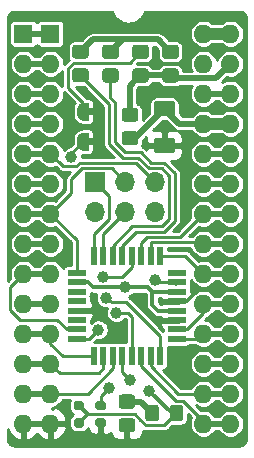
<source format=gtl>
G04 #@! TF.GenerationSoftware,KiCad,Pcbnew,5.1.9+dfsg1-1*
G04 #@! TF.CreationDate,2021-03-03T15:22:06-06:00*
G04 #@! TF.ProjectId,Nano SwinSIDb,4e616e6f-2053-4776-996e-534944622e6b,rev?*
G04 #@! TF.SameCoordinates,Original*
G04 #@! TF.FileFunction,Copper,L1,Top*
G04 #@! TF.FilePolarity,Positive*
%FSLAX46Y46*%
G04 Gerber Fmt 4.6, Leading zero omitted, Abs format (unit mm)*
G04 Created by KiCad (PCBNEW 5.1.9+dfsg1-1) date 2021-03-03 15:22:06*
%MOMM*%
%LPD*%
G01*
G04 APERTURE LIST*
G04 #@! TA.AperFunction,EtchedComponent*
%ADD10C,0.150000*%
G04 #@! TD*
G04 #@! TA.AperFunction,ComponentPad*
%ADD11O,1.600000X1.600000*%
G04 #@! TD*
G04 #@! TA.AperFunction,ComponentPad*
%ADD12R,1.600000X1.600000*%
G04 #@! TD*
G04 #@! TA.AperFunction,SMDPad,CuDef*
%ADD13R,0.550000X1.600000*%
G04 #@! TD*
G04 #@! TA.AperFunction,SMDPad,CuDef*
%ADD14R,1.600000X0.550000*%
G04 #@! TD*
G04 #@! TA.AperFunction,SMDPad,CuDef*
%ADD15C,0.150000*%
G04 #@! TD*
G04 #@! TA.AperFunction,ComponentPad*
%ADD16O,1.700000X1.700000*%
G04 #@! TD*
G04 #@! TA.AperFunction,ComponentPad*
%ADD17R,1.700000X1.700000*%
G04 #@! TD*
G04 #@! TA.AperFunction,ViaPad*
%ADD18C,1.000000*%
G04 #@! TD*
G04 #@! TA.AperFunction,Conductor*
%ADD19C,0.500000*%
G04 #@! TD*
G04 #@! TA.AperFunction,Conductor*
%ADD20C,0.250000*%
G04 #@! TD*
G04 #@! TA.AperFunction,Conductor*
%ADD21C,1.000000*%
G04 #@! TD*
G04 #@! TA.AperFunction,Conductor*
%ADD22C,0.350000*%
G04 #@! TD*
G04 #@! TA.AperFunction,Conductor*
%ADD23C,0.254000*%
G04 #@! TD*
G04 #@! TA.AperFunction,Conductor*
%ADD24C,0.150000*%
G04 #@! TD*
G04 APERTURE END LIST*
D10*
G36*
X100199000Y-87584000D02*
G01*
X99699000Y-87584000D01*
X99699000Y-88184000D01*
X100199000Y-88184000D01*
X100199000Y-87584000D01*
G37*
G36*
X100184000Y-90124000D02*
G01*
X99684000Y-90124000D01*
X99684000Y-90724000D01*
X100184000Y-90724000D01*
X100184000Y-90124000D01*
G37*
D11*
X111760000Y-81280000D03*
X96520000Y-114300000D03*
X111760000Y-83820000D03*
X96520000Y-111760000D03*
X111760000Y-86360000D03*
X96520000Y-109220000D03*
X111760000Y-88900000D03*
X96520000Y-106680000D03*
X111760000Y-91440000D03*
X96520000Y-104140000D03*
X111760000Y-93980000D03*
X96520000Y-101600000D03*
X111760000Y-96520000D03*
X96520000Y-99060000D03*
X111760000Y-99060000D03*
X96520000Y-96520000D03*
X111760000Y-101600000D03*
X96520000Y-93980000D03*
X111760000Y-104140000D03*
X96520000Y-91440000D03*
X111760000Y-106680000D03*
X96520000Y-88900000D03*
X111760000Y-109220000D03*
X96520000Y-86360000D03*
X111760000Y-111760000D03*
X96520000Y-83820000D03*
X111760000Y-114300000D03*
D12*
X96520000Y-81280000D03*
D11*
X109474000Y-81280000D03*
X94234000Y-114300000D03*
X109474000Y-83820000D03*
X94234000Y-111760000D03*
X109474000Y-86360000D03*
X94234000Y-109220000D03*
X109474000Y-88900000D03*
X94234000Y-106680000D03*
X109474000Y-91440000D03*
X94234000Y-104140000D03*
X109474000Y-93980000D03*
X94234000Y-101600000D03*
X109474000Y-96520000D03*
X94234000Y-99060000D03*
X109474000Y-99060000D03*
X94234000Y-96520000D03*
X109474000Y-101600000D03*
X94234000Y-93980000D03*
X109474000Y-104140000D03*
X94234000Y-91440000D03*
X109474000Y-106680000D03*
X94234000Y-88900000D03*
X109474000Y-109220000D03*
X94234000Y-86360000D03*
X109474000Y-111760000D03*
X94234000Y-83820000D03*
X109474000Y-114300000D03*
D12*
X94234000Y-81280000D03*
G04 #@! TA.AperFunction,SMDPad,CuDef*
G36*
G01*
X101033000Y-113176000D02*
X100533000Y-113176000D01*
G75*
G02*
X100333000Y-112976000I0J200000D01*
G01*
X100333000Y-112576000D01*
G75*
G02*
X100533000Y-112376000I200000J0D01*
G01*
X101033000Y-112376000D01*
G75*
G02*
X101233000Y-112576000I0J-200000D01*
G01*
X101233000Y-112976000D01*
G75*
G02*
X101033000Y-113176000I-200000J0D01*
G01*
G37*
G04 #@! TD.AperFunction*
G04 #@! TA.AperFunction,SMDPad,CuDef*
G36*
G01*
X101033000Y-114626000D02*
X100533000Y-114626000D01*
G75*
G02*
X100333000Y-114426000I0J200000D01*
G01*
X100333000Y-114026000D01*
G75*
G02*
X100533000Y-113826000I200000J0D01*
G01*
X101033000Y-113826000D01*
G75*
G02*
X101233000Y-114026000I0J-200000D01*
G01*
X101233000Y-114426000D01*
G75*
G02*
X101033000Y-114626000I-200000J0D01*
G01*
G37*
G04 #@! TD.AperFunction*
G04 #@! TA.AperFunction,SMDPad,CuDef*
G36*
G01*
X99183000Y-113176000D02*
X98683000Y-113176000D01*
G75*
G02*
X98483000Y-112976000I0J200000D01*
G01*
X98483000Y-112576000D01*
G75*
G02*
X98683000Y-112376000I200000J0D01*
G01*
X99183000Y-112376000D01*
G75*
G02*
X99383000Y-112576000I0J-200000D01*
G01*
X99383000Y-112976000D01*
G75*
G02*
X99183000Y-113176000I-200000J0D01*
G01*
G37*
G04 #@! TD.AperFunction*
G04 #@! TA.AperFunction,SMDPad,CuDef*
G36*
G01*
X99183000Y-114626000D02*
X98683000Y-114626000D01*
G75*
G02*
X98483000Y-114426000I0J200000D01*
G01*
X98483000Y-114026000D01*
G75*
G02*
X98683000Y-113826000I200000J0D01*
G01*
X99183000Y-113826000D01*
G75*
G02*
X99383000Y-114026000I0J-200000D01*
G01*
X99383000Y-114426000D01*
G75*
G02*
X99183000Y-114626000I-200000J0D01*
G01*
G37*
G04 #@! TD.AperFunction*
D13*
X105797000Y-108576000D03*
X104997000Y-108576000D03*
X104197000Y-108576000D03*
X103397000Y-108576000D03*
X102597000Y-108576000D03*
X101797000Y-108576000D03*
X100997000Y-108576000D03*
X100197000Y-108576000D03*
D14*
X98747000Y-107126000D03*
X98747000Y-106326000D03*
X98747000Y-105526000D03*
X98747000Y-104726000D03*
X98747000Y-103926000D03*
X98747000Y-103126000D03*
X98747000Y-102326000D03*
X98747000Y-101526000D03*
D13*
X100197000Y-100076000D03*
X100997000Y-100076000D03*
X101797000Y-100076000D03*
X102597000Y-100076000D03*
X103397000Y-100076000D03*
X104197000Y-100076000D03*
X104997000Y-100076000D03*
X105797000Y-100076000D03*
D14*
X107247000Y-101526000D03*
X107247000Y-102326000D03*
X107247000Y-103126000D03*
X107247000Y-103926000D03*
X107247000Y-104726000D03*
X107247000Y-105526000D03*
X107247000Y-106326000D03*
X107247000Y-107126000D03*
G04 #@! TA.AperFunction,SMDPad,CuDef*
G36*
G01*
X103447001Y-115027000D02*
X102546999Y-115027000D01*
G75*
G02*
X102297000Y-114777001I0J249999D01*
G01*
X102297000Y-114076999D01*
G75*
G02*
X102546999Y-113827000I249999J0D01*
G01*
X103447001Y-113827000D01*
G75*
G02*
X103697000Y-114076999I0J-249999D01*
G01*
X103697000Y-114777001D01*
G75*
G02*
X103447001Y-115027000I-249999J0D01*
G01*
G37*
G04 #@! TD.AperFunction*
G04 #@! TA.AperFunction,SMDPad,CuDef*
G36*
G01*
X103447001Y-113027000D02*
X102546999Y-113027000D01*
G75*
G02*
X102297000Y-112777001I0J249999D01*
G01*
X102297000Y-112076999D01*
G75*
G02*
X102546999Y-111827000I249999J0D01*
G01*
X103447001Y-111827000D01*
G75*
G02*
X103697000Y-112076999I0J-249999D01*
G01*
X103697000Y-112777001D01*
G75*
G02*
X103447001Y-113027000I-249999J0D01*
G01*
G37*
G04 #@! TD.AperFunction*
G04 #@! TA.AperFunction,SMDPad,CuDef*
D15*
G36*
X100599000Y-87134602D02*
G01*
X100623534Y-87134602D01*
X100672365Y-87139412D01*
X100720490Y-87148984D01*
X100767445Y-87163228D01*
X100812778Y-87182005D01*
X100856051Y-87205136D01*
X100896850Y-87232396D01*
X100934779Y-87263524D01*
X100969476Y-87298221D01*
X101000604Y-87336150D01*
X101027864Y-87376949D01*
X101050995Y-87420222D01*
X101069772Y-87465555D01*
X101084016Y-87512510D01*
X101093588Y-87560635D01*
X101098398Y-87609466D01*
X101098398Y-87634000D01*
X101099000Y-87634000D01*
X101099000Y-88134000D01*
X101098398Y-88134000D01*
X101098398Y-88158534D01*
X101093588Y-88207365D01*
X101084016Y-88255490D01*
X101069772Y-88302445D01*
X101050995Y-88347778D01*
X101027864Y-88391051D01*
X101000604Y-88431850D01*
X100969476Y-88469779D01*
X100934779Y-88504476D01*
X100896850Y-88535604D01*
X100856051Y-88562864D01*
X100812778Y-88585995D01*
X100767445Y-88604772D01*
X100720490Y-88619016D01*
X100672365Y-88628588D01*
X100623534Y-88633398D01*
X100599000Y-88633398D01*
X100599000Y-88634000D01*
X100099000Y-88634000D01*
X100099000Y-87134000D01*
X100599000Y-87134000D01*
X100599000Y-87134602D01*
G37*
G04 #@! TD.AperFunction*
G04 #@! TA.AperFunction,SMDPad,CuDef*
G36*
X99799000Y-88634000D02*
G01*
X99299000Y-88634000D01*
X99299000Y-88633398D01*
X99274466Y-88633398D01*
X99225635Y-88628588D01*
X99177510Y-88619016D01*
X99130555Y-88604772D01*
X99085222Y-88585995D01*
X99041949Y-88562864D01*
X99001150Y-88535604D01*
X98963221Y-88504476D01*
X98928524Y-88469779D01*
X98897396Y-88431850D01*
X98870136Y-88391051D01*
X98847005Y-88347778D01*
X98828228Y-88302445D01*
X98813984Y-88255490D01*
X98804412Y-88207365D01*
X98799602Y-88158534D01*
X98799602Y-88134000D01*
X98799000Y-88134000D01*
X98799000Y-87634000D01*
X98799602Y-87634000D01*
X98799602Y-87609466D01*
X98804412Y-87560635D01*
X98813984Y-87512510D01*
X98828228Y-87465555D01*
X98847005Y-87420222D01*
X98870136Y-87376949D01*
X98897396Y-87336150D01*
X98928524Y-87298221D01*
X98963221Y-87263524D01*
X99001150Y-87232396D01*
X99041949Y-87205136D01*
X99085222Y-87182005D01*
X99130555Y-87163228D01*
X99177510Y-87148984D01*
X99225635Y-87139412D01*
X99274466Y-87134602D01*
X99299000Y-87134602D01*
X99299000Y-87134000D01*
X99799000Y-87134000D01*
X99799000Y-88634000D01*
G37*
G04 #@! TD.AperFunction*
D16*
X105410000Y-96393000D03*
X105410000Y-93853000D03*
X102870000Y-96393000D03*
X102870000Y-93853000D03*
X100330000Y-96393000D03*
D17*
X100330000Y-93853000D03*
G04 #@! TA.AperFunction,SMDPad,CuDef*
G36*
G01*
X103701001Y-90738000D02*
X102800999Y-90738000D01*
G75*
G02*
X102551000Y-90488001I0J249999D01*
G01*
X102551000Y-89787999D01*
G75*
G02*
X102800999Y-89538000I249999J0D01*
G01*
X103701001Y-89538000D01*
G75*
G02*
X103951000Y-89787999I0J-249999D01*
G01*
X103951000Y-90488001D01*
G75*
G02*
X103701001Y-90738000I-249999J0D01*
G01*
G37*
G04 #@! TD.AperFunction*
G04 #@! TA.AperFunction,SMDPad,CuDef*
G36*
G01*
X103701001Y-88738000D02*
X102800999Y-88738000D01*
G75*
G02*
X102551000Y-88488001I0J249999D01*
G01*
X102551000Y-87787999D01*
G75*
G02*
X102800999Y-87538000I249999J0D01*
G01*
X103701001Y-87538000D01*
G75*
G02*
X103951000Y-87787999I0J-249999D01*
G01*
X103951000Y-88488001D01*
G75*
G02*
X103701001Y-88738000I-249999J0D01*
G01*
G37*
G04 #@! TD.AperFunction*
G04 #@! TA.AperFunction,SMDPad,CuDef*
G36*
G01*
X106229999Y-82220000D02*
X107130001Y-82220000D01*
G75*
G02*
X107380000Y-82469999I0J-249999D01*
G01*
X107380000Y-83170001D01*
G75*
G02*
X107130001Y-83420000I-249999J0D01*
G01*
X106229999Y-83420000D01*
G75*
G02*
X105980000Y-83170001I0J249999D01*
G01*
X105980000Y-82469999D01*
G75*
G02*
X106229999Y-82220000I249999J0D01*
G01*
G37*
G04 #@! TD.AperFunction*
G04 #@! TA.AperFunction,SMDPad,CuDef*
G36*
G01*
X106229999Y-84220000D02*
X107130001Y-84220000D01*
G75*
G02*
X107380000Y-84469999I0J-249999D01*
G01*
X107380000Y-85170001D01*
G75*
G02*
X107130001Y-85420000I-249999J0D01*
G01*
X106229999Y-85420000D01*
G75*
G02*
X105980000Y-85170001I0J249999D01*
G01*
X105980000Y-84469999D01*
G75*
G02*
X106229999Y-84220000I249999J0D01*
G01*
G37*
G04 #@! TD.AperFunction*
G04 #@! TA.AperFunction,SMDPad,CuDef*
G36*
G01*
X104590001Y-83420000D02*
X103689999Y-83420000D01*
G75*
G02*
X103440000Y-83170001I0J249999D01*
G01*
X103440000Y-82469999D01*
G75*
G02*
X103689999Y-82220000I249999J0D01*
G01*
X104590001Y-82220000D01*
G75*
G02*
X104840000Y-82469999I0J-249999D01*
G01*
X104840000Y-83170001D01*
G75*
G02*
X104590001Y-83420000I-249999J0D01*
G01*
G37*
G04 #@! TD.AperFunction*
G04 #@! TA.AperFunction,SMDPad,CuDef*
G36*
G01*
X104590001Y-85420000D02*
X103689999Y-85420000D01*
G75*
G02*
X103440000Y-85170001I0J249999D01*
G01*
X103440000Y-84469999D01*
G75*
G02*
X103689999Y-84220000I249999J0D01*
G01*
X104590001Y-84220000D01*
G75*
G02*
X104840000Y-84469999I0J-249999D01*
G01*
X104840000Y-85170001D01*
G75*
G02*
X104590001Y-85420000I-249999J0D01*
G01*
G37*
G04 #@! TD.AperFunction*
G04 #@! TA.AperFunction,SMDPad,CuDef*
G36*
G01*
X98609999Y-82204000D02*
X99510001Y-82204000D01*
G75*
G02*
X99760000Y-82453999I0J-249999D01*
G01*
X99760000Y-83154001D01*
G75*
G02*
X99510001Y-83404000I-249999J0D01*
G01*
X98609999Y-83404000D01*
G75*
G02*
X98360000Y-83154001I0J249999D01*
G01*
X98360000Y-82453999D01*
G75*
G02*
X98609999Y-82204000I249999J0D01*
G01*
G37*
G04 #@! TD.AperFunction*
G04 #@! TA.AperFunction,SMDPad,CuDef*
G36*
G01*
X98609999Y-84204000D02*
X99510001Y-84204000D01*
G75*
G02*
X99760000Y-84453999I0J-249999D01*
G01*
X99760000Y-85154001D01*
G75*
G02*
X99510001Y-85404000I-249999J0D01*
G01*
X98609999Y-85404000D01*
G75*
G02*
X98360000Y-85154001I0J249999D01*
G01*
X98360000Y-84453999D01*
G75*
G02*
X98609999Y-84204000I249999J0D01*
G01*
G37*
G04 #@! TD.AperFunction*
G04 #@! TA.AperFunction,SMDPad,CuDef*
D15*
G36*
X99784000Y-91174000D02*
G01*
X99284000Y-91174000D01*
X99284000Y-91173398D01*
X99259466Y-91173398D01*
X99210635Y-91168588D01*
X99162510Y-91159016D01*
X99115555Y-91144772D01*
X99070222Y-91125995D01*
X99026949Y-91102864D01*
X98986150Y-91075604D01*
X98948221Y-91044476D01*
X98913524Y-91009779D01*
X98882396Y-90971850D01*
X98855136Y-90931051D01*
X98832005Y-90887778D01*
X98813228Y-90842445D01*
X98798984Y-90795490D01*
X98789412Y-90747365D01*
X98784602Y-90698534D01*
X98784602Y-90674000D01*
X98784000Y-90674000D01*
X98784000Y-90174000D01*
X98784602Y-90174000D01*
X98784602Y-90149466D01*
X98789412Y-90100635D01*
X98798984Y-90052510D01*
X98813228Y-90005555D01*
X98832005Y-89960222D01*
X98855136Y-89916949D01*
X98882396Y-89876150D01*
X98913524Y-89838221D01*
X98948221Y-89803524D01*
X98986150Y-89772396D01*
X99026949Y-89745136D01*
X99070222Y-89722005D01*
X99115555Y-89703228D01*
X99162510Y-89688984D01*
X99210635Y-89679412D01*
X99259466Y-89674602D01*
X99284000Y-89674602D01*
X99284000Y-89674000D01*
X99784000Y-89674000D01*
X99784000Y-91174000D01*
G37*
G04 #@! TD.AperFunction*
G04 #@! TA.AperFunction,SMDPad,CuDef*
G36*
X100584000Y-89674602D02*
G01*
X100608534Y-89674602D01*
X100657365Y-89679412D01*
X100705490Y-89688984D01*
X100752445Y-89703228D01*
X100797778Y-89722005D01*
X100841051Y-89745136D01*
X100881850Y-89772396D01*
X100919779Y-89803524D01*
X100954476Y-89838221D01*
X100985604Y-89876150D01*
X101012864Y-89916949D01*
X101035995Y-89960222D01*
X101054772Y-90005555D01*
X101069016Y-90052510D01*
X101078588Y-90100635D01*
X101083398Y-90149466D01*
X101083398Y-90174000D01*
X101084000Y-90174000D01*
X101084000Y-90674000D01*
X101083398Y-90674000D01*
X101083398Y-90698534D01*
X101078588Y-90747365D01*
X101069016Y-90795490D01*
X101054772Y-90842445D01*
X101035995Y-90887778D01*
X101012864Y-90931051D01*
X100985604Y-90971850D01*
X100954476Y-91009779D01*
X100919779Y-91044476D01*
X100881850Y-91075604D01*
X100841051Y-91102864D01*
X100797778Y-91125995D01*
X100752445Y-91144772D01*
X100705490Y-91159016D01*
X100657365Y-91168588D01*
X100608534Y-91173398D01*
X100584000Y-91173398D01*
X100584000Y-91174000D01*
X100084000Y-91174000D01*
X100084000Y-89674000D01*
X100584000Y-89674000D01*
X100584000Y-89674602D01*
G37*
G04 #@! TD.AperFunction*
G04 #@! TA.AperFunction,SMDPad,CuDef*
G36*
G01*
X105713000Y-112960999D02*
X105713000Y-113861001D01*
G75*
G02*
X105463001Y-114111000I-249999J0D01*
G01*
X104812999Y-114111000D01*
G75*
G02*
X104563000Y-113861001I0J249999D01*
G01*
X104563000Y-112960999D01*
G75*
G02*
X104812999Y-112711000I249999J0D01*
G01*
X105463001Y-112711000D01*
G75*
G02*
X105713000Y-112960999I0J-249999D01*
G01*
G37*
G04 #@! TD.AperFunction*
G04 #@! TA.AperFunction,SMDPad,CuDef*
G36*
G01*
X107763000Y-112960999D02*
X107763000Y-113861001D01*
G75*
G02*
X107513001Y-114111000I-249999J0D01*
G01*
X106862999Y-114111000D01*
G75*
G02*
X106613000Y-113861001I0J249999D01*
G01*
X106613000Y-112960999D01*
G75*
G02*
X106862999Y-112711000I249999J0D01*
G01*
X107513001Y-112711000D01*
G75*
G02*
X107763000Y-112960999I0J-249999D01*
G01*
G37*
G04 #@! TD.AperFunction*
G04 #@! TA.AperFunction,SMDPad,CuDef*
G36*
G01*
X105521999Y-90092500D02*
X106822001Y-90092500D01*
G75*
G02*
X107072000Y-90342499I0J-249999D01*
G01*
X107072000Y-91167501D01*
G75*
G02*
X106822001Y-91417500I-249999J0D01*
G01*
X105521999Y-91417500D01*
G75*
G02*
X105272000Y-91167501I0J249999D01*
G01*
X105272000Y-90342499D01*
G75*
G02*
X105521999Y-90092500I249999J0D01*
G01*
G37*
G04 #@! TD.AperFunction*
G04 #@! TA.AperFunction,SMDPad,CuDef*
G36*
G01*
X105521999Y-86967500D02*
X106822001Y-86967500D01*
G75*
G02*
X107072000Y-87217499I0J-249999D01*
G01*
X107072000Y-88042501D01*
G75*
G02*
X106822001Y-88292500I-249999J0D01*
G01*
X105521999Y-88292500D01*
G75*
G02*
X105272000Y-88042501I0J249999D01*
G01*
X105272000Y-87217499D01*
G75*
G02*
X105521999Y-86967500I249999J0D01*
G01*
G37*
G04 #@! TD.AperFunction*
G04 #@! TA.AperFunction,SMDPad,CuDef*
G36*
G01*
X102050001Y-83420000D02*
X101149999Y-83420000D01*
G75*
G02*
X100900000Y-83170001I0J249999D01*
G01*
X100900000Y-82469999D01*
G75*
G02*
X101149999Y-82220000I249999J0D01*
G01*
X102050001Y-82220000D01*
G75*
G02*
X102300000Y-82469999I0J-249999D01*
G01*
X102300000Y-83170001D01*
G75*
G02*
X102050001Y-83420000I-249999J0D01*
G01*
G37*
G04 #@! TD.AperFunction*
G04 #@! TA.AperFunction,SMDPad,CuDef*
G36*
G01*
X102050001Y-85420000D02*
X101149999Y-85420000D01*
G75*
G02*
X100900000Y-85170001I0J249999D01*
G01*
X100900000Y-84469999D01*
G75*
G02*
X101149999Y-84220000I249999J0D01*
G01*
X102050001Y-84220000D01*
G75*
G02*
X102300000Y-84469999I0J-249999D01*
G01*
X102300000Y-85170001D01*
G75*
G02*
X102050001Y-85420000I-249999J0D01*
G01*
G37*
G04 #@! TD.AperFunction*
D18*
X101219000Y-103632000D03*
X102108000Y-104902000D03*
X103251000Y-110617000D03*
X100584000Y-106339000D03*
X100584000Y-104775000D03*
X104013000Y-103759000D03*
X102870000Y-102729001D03*
X104902000Y-111506000D03*
X98298000Y-91694000D03*
X100965000Y-101854000D03*
X101473000Y-111252000D03*
X105410000Y-102108000D03*
D19*
X96520000Y-99060000D02*
X94234000Y-99060000D01*
D20*
X105797000Y-108576000D02*
X105797000Y-106877003D01*
X102924996Y-104004999D02*
X105797000Y-106877003D01*
X101718999Y-104004999D02*
X102924996Y-104004999D01*
X101346000Y-103632000D02*
X101718999Y-104004999D01*
X101219000Y-103632000D02*
X101346000Y-103632000D01*
D19*
X111760000Y-111760000D02*
X109474000Y-111760000D01*
D20*
X104997000Y-109436002D02*
X107320998Y-111760000D01*
X107320998Y-111760000D02*
X109474000Y-111760000D01*
X104997000Y-108576000D02*
X104997000Y-109436002D01*
D19*
X109474000Y-114300000D02*
X111760000Y-114300000D01*
D20*
X109474000Y-114108810D02*
X109474000Y-114300000D01*
X107751180Y-112385990D02*
X109474000Y-114108810D01*
X107146988Y-112385990D02*
X107751180Y-112385990D01*
X104197000Y-109436002D02*
X107146988Y-112385990D01*
X104197000Y-108576000D02*
X104197000Y-109436002D01*
D19*
X96520000Y-91440000D02*
X94234000Y-91440000D01*
D20*
X97307989Y-92227989D02*
X96520000Y-91440000D01*
X105410000Y-93853000D02*
X103784989Y-92227989D01*
X97599001Y-92519001D02*
X97307989Y-92227989D01*
X98694001Y-92519001D02*
X97599001Y-92519001D01*
X98985013Y-92227989D02*
X98694001Y-92519001D01*
X103784989Y-92227989D02*
X98985013Y-92227989D01*
X103378000Y-108557000D02*
X103397000Y-108576000D01*
X103441001Y-108531999D02*
X103441001Y-105267999D01*
X103397000Y-108576000D02*
X103441001Y-108531999D01*
X103075002Y-104902000D02*
X103441001Y-105267999D01*
X102108000Y-104902000D02*
X103075002Y-104902000D01*
D19*
X109474000Y-109220000D02*
X111760000Y-109220000D01*
D20*
X102597000Y-109963000D02*
X103251000Y-110617000D01*
X102597000Y-108576000D02*
X102597000Y-109963000D01*
D19*
X94234000Y-111760000D02*
X96520000Y-111760000D01*
D20*
X99663000Y-111760000D02*
X96520000Y-111760000D01*
X101797000Y-109626000D02*
X99663000Y-111760000D01*
X101797000Y-108576000D02*
X101797000Y-109626000D01*
D19*
X96520000Y-109220000D02*
X94234000Y-109220000D01*
D20*
X97319999Y-110019999D02*
X96520000Y-109220000D01*
X100603001Y-110019999D02*
X97319999Y-110019999D01*
X100997000Y-109626000D02*
X100603001Y-110019999D01*
X100997000Y-108576000D02*
X100997000Y-109626000D01*
D19*
X94234000Y-106680000D02*
X96520000Y-106680000D01*
D20*
X96520000Y-107554998D02*
X96520000Y-106680000D01*
X97541002Y-108576000D02*
X96520000Y-107554998D01*
X100197000Y-108576000D02*
X97541002Y-108576000D01*
D19*
X96520000Y-104140000D02*
X94234000Y-104140000D01*
D20*
X99797000Y-107126000D02*
X100584000Y-106339000D01*
X98747000Y-107126000D02*
X99797000Y-107126000D01*
X100584000Y-106339000D02*
X100584000Y-106339000D01*
D19*
X94234000Y-101600000D02*
X96520000Y-101600000D01*
D20*
X93108999Y-102725001D02*
X94234000Y-101600000D01*
X93928001Y-105499003D02*
X93108999Y-104680001D01*
X93108999Y-104680001D02*
X93108999Y-102725001D01*
X97060001Y-105499003D02*
X93928001Y-105499003D01*
X97886998Y-106326000D02*
X97060001Y-105499003D01*
X98747000Y-106326000D02*
X97886998Y-106326000D01*
X98747000Y-104726000D02*
X99744000Y-104726000D01*
X99744000Y-104726000D02*
X100330000Y-104140000D01*
X100330000Y-104140000D02*
X100330000Y-104140000D01*
X108022998Y-103926000D02*
X108585000Y-103363998D01*
X107247000Y-103926000D02*
X108022998Y-103926000D01*
X108585000Y-103363998D02*
X108599002Y-103363998D01*
D19*
X103664000Y-90138000D02*
X106172000Y-87630000D01*
X103251000Y-90138000D02*
X103664000Y-90138000D01*
X107442000Y-88900000D02*
X109474000Y-88900000D01*
X106172000Y-87630000D02*
X107442000Y-88900000D01*
D21*
X109474000Y-88900000D02*
X111760000Y-88900000D01*
D22*
X105132998Y-103126000D02*
X107247000Y-103126000D01*
X105615000Y-104726000D02*
X107247000Y-104726000D01*
X105132998Y-104243998D02*
X105615000Y-104726000D01*
X105132998Y-103126000D02*
X105132998Y-104243998D01*
D20*
X103684190Y-113501000D02*
X104140000Y-113956810D01*
X99658000Y-113501000D02*
X103684190Y-113501000D01*
X106162990Y-114436010D02*
X107188000Y-113411000D01*
X104574820Y-114436010D02*
X106162990Y-114436010D01*
X104140000Y-114001190D02*
X104574820Y-114436010D01*
X104140000Y-113956810D02*
X104140000Y-114001190D01*
D22*
X99697002Y-102326000D02*
X98747000Y-102326000D01*
X100100003Y-102729001D02*
X99697002Y-102326000D01*
X104735999Y-102729001D02*
X102375999Y-102729001D01*
X105132998Y-103126000D02*
X104735999Y-102729001D01*
X102375999Y-102729001D02*
X100100003Y-102729001D01*
X99658000Y-113501000D02*
X98933000Y-112776000D01*
X99658000Y-113501000D02*
X98933000Y-114226000D01*
X107188000Y-113411000D02*
X106807000Y-113411000D01*
X106807000Y-113411000D02*
X104902000Y-111506000D01*
X104902000Y-111506000D02*
X104902000Y-111506000D01*
D19*
X94234000Y-96520000D02*
X96520000Y-96520000D01*
D20*
X98298000Y-94742000D02*
X96520000Y-96520000D01*
X98298000Y-93599000D02*
X98298000Y-94742000D01*
X99219001Y-92677999D02*
X98298000Y-93599000D01*
X101694999Y-92677999D02*
X99219001Y-92677999D01*
X102870000Y-93853000D02*
X101694999Y-92677999D01*
X98747000Y-98747000D02*
X98747000Y-101526000D01*
X96520000Y-96520000D02*
X98747000Y-98747000D01*
X101505001Y-95028001D02*
X100330000Y-93853000D01*
X101505001Y-96957001D02*
X101505001Y-95028001D01*
X100197000Y-98265002D02*
X101505001Y-96957001D01*
X100197000Y-100076000D02*
X100197000Y-98265002D01*
X100997000Y-98266000D02*
X102870000Y-96393000D01*
X100997000Y-100076000D02*
X100997000Y-98266000D01*
X101797000Y-99215998D02*
X101797000Y-100076000D01*
X103444997Y-97568001D02*
X101797000Y-99215998D01*
X105974001Y-97568001D02*
X103444997Y-97568001D01*
X106585001Y-96957001D02*
X105974001Y-97568001D01*
X106585001Y-93288999D02*
X106585001Y-96957001D01*
X105974001Y-92677999D02*
X106585001Y-93288999D01*
X101505001Y-87249001D02*
X101505002Y-90641602D01*
X99060000Y-84804000D02*
X101505001Y-87249001D01*
X102641379Y-91777979D02*
X103971390Y-91777980D01*
X101505002Y-90641602D02*
X102641379Y-91777979D01*
X104871409Y-92677999D02*
X105974001Y-92677999D01*
X103971390Y-91777980D02*
X104871409Y-92677999D01*
X103397000Y-100076000D02*
X103397000Y-101073000D01*
X103397000Y-101073000D02*
X102616000Y-101854000D01*
X102616000Y-101854000D02*
X102616000Y-101854000D01*
X98298000Y-91410000D02*
X99284000Y-90424000D01*
X98298000Y-91694000D02*
X98298000Y-91410000D01*
X102616000Y-101854000D02*
X102616000Y-101854000D01*
X102616000Y-101854000D02*
X100965000Y-101854000D01*
D19*
X109474000Y-96520000D02*
X111760000Y-96520000D01*
D20*
X104197000Y-99026000D02*
X104722011Y-98500989D01*
X104197000Y-100076000D02*
X104197000Y-99026000D01*
X107493011Y-98500989D02*
X109474000Y-96520000D01*
X104722011Y-98500989D02*
X107493011Y-98500989D01*
D19*
X111760000Y-99060000D02*
X109474000Y-99060000D01*
D20*
X109364999Y-98950999D02*
X109474000Y-99060000D01*
X105072001Y-98950999D02*
X109364999Y-98950999D01*
X104997000Y-99026000D02*
X105072001Y-98950999D01*
X104997000Y-100076000D02*
X104997000Y-99026000D01*
D19*
X111760000Y-101600000D02*
X109474000Y-101600000D01*
D20*
X107950000Y-100076000D02*
X105797000Y-100076000D01*
X109474000Y-101600000D02*
X107950000Y-100076000D01*
X100783000Y-112776000D02*
X100783000Y-112704000D01*
X100783000Y-112776000D02*
X100783000Y-111942000D01*
X100783000Y-111942000D02*
X101473000Y-111252000D01*
X101473000Y-111252000D02*
X101473000Y-111252000D01*
X107084000Y-102489000D02*
X107247000Y-102326000D01*
X105628000Y-102326000D02*
X105410000Y-102108000D01*
X107247000Y-102326000D02*
X105628000Y-102326000D01*
D19*
X109474000Y-104140000D02*
X111760000Y-104140000D01*
D20*
X109474000Y-104959002D02*
X109474000Y-104140000D01*
X108107002Y-106326000D02*
X109474000Y-104959002D01*
X107247000Y-106326000D02*
X108107002Y-106326000D01*
D19*
X111760000Y-106680000D02*
X109474000Y-106680000D01*
D20*
X109028000Y-107126000D02*
X109474000Y-106680000D01*
X107247000Y-107126000D02*
X109028000Y-107126000D01*
D19*
X104154000Y-112427000D02*
X105138000Y-113411000D01*
X102997000Y-112427000D02*
X104154000Y-112427000D01*
D20*
X98505800Y-83745010D02*
X103214990Y-83745010D01*
X98034990Y-84215820D02*
X98505800Y-83745010D01*
X98034990Y-85872398D02*
X98034990Y-84215820D01*
X103214990Y-83745010D02*
X104140000Y-82820000D01*
X99299000Y-87136408D02*
X98034990Y-85872398D01*
X99299000Y-87884000D02*
X99299000Y-87136408D01*
D19*
X102650010Y-81769990D02*
X101600000Y-82820000D01*
X105629990Y-81769990D02*
X102650010Y-81769990D01*
X100094010Y-81769990D02*
X99060000Y-82804000D01*
X105629990Y-81769990D02*
X100094010Y-81769990D01*
X106680000Y-82820000D02*
X105629990Y-81769990D01*
D20*
X101600000Y-86707590D02*
X101955011Y-87062601D01*
X101600000Y-84820000D02*
X101600000Y-86707590D01*
X103762019Y-98050979D02*
X102597000Y-99215998D01*
X106127433Y-98050979D02*
X103762019Y-98050979D01*
X107035010Y-97143402D02*
X106127433Y-98050979D01*
X107035011Y-93102599D02*
X107035010Y-97143402D01*
X102597000Y-99215998D02*
X102597000Y-100076000D01*
X106160402Y-92227990D02*
X107035011Y-93102599D01*
X101955011Y-87062601D02*
X101955011Y-90455201D01*
X102827781Y-91327971D02*
X104157791Y-91327971D01*
X101955011Y-90455201D02*
X102827781Y-91327971D01*
X104157791Y-91327971D02*
X105031820Y-92202000D01*
X105689990Y-92227990D02*
X106160402Y-92227990D01*
X105664000Y-92202000D02*
X105689990Y-92227990D01*
X105031820Y-92202000D02*
X105664000Y-92202000D01*
D19*
X103251000Y-85709000D02*
X104140000Y-84820000D01*
X103251000Y-88138000D02*
X103251000Y-85709000D01*
X104140000Y-84820000D02*
X106680000Y-84820000D01*
X110509999Y-85070001D02*
X111760000Y-83820000D01*
X106930001Y-85070001D02*
X110509999Y-85070001D01*
X106680000Y-84820000D02*
X106930001Y-85070001D01*
D21*
X109474000Y-81280000D02*
X111760000Y-81280000D01*
D19*
X109474000Y-86360000D02*
X111760000Y-86360000D01*
X111760000Y-91440000D02*
X109474000Y-91440000D01*
X111760000Y-93980000D02*
X109474000Y-93980000D01*
X96520000Y-93980000D02*
X94234000Y-93980000D01*
X96520000Y-88900000D02*
X94234000Y-88900000D01*
X94234000Y-86360000D02*
X96520000Y-86360000D01*
X94234000Y-83820000D02*
X96520000Y-83820000D01*
X94234000Y-81280000D02*
X96520000Y-81280000D01*
D23*
X101779333Y-79524566D02*
X101794715Y-79560456D01*
X101809608Y-79596589D01*
X101812471Y-79601883D01*
X101907998Y-79775643D01*
X101930042Y-79807838D01*
X101951683Y-79840410D01*
X101955519Y-79845047D01*
X102082976Y-79996944D01*
X102110850Y-80024241D01*
X102138411Y-80051995D01*
X102143075Y-80055798D01*
X102297609Y-80180047D01*
X102330285Y-80201430D01*
X102362682Y-80223282D01*
X102367985Y-80226101D01*
X102367994Y-80226107D01*
X102368003Y-80226111D01*
X102543720Y-80317973D01*
X102579945Y-80332609D01*
X102615950Y-80347744D01*
X102621701Y-80349480D01*
X102621711Y-80349484D01*
X102621721Y-80349486D01*
X102811932Y-80405469D01*
X102850322Y-80412792D01*
X102888570Y-80420643D01*
X102894548Y-80421229D01*
X102894559Y-80421231D01*
X102894569Y-80421231D01*
X103092031Y-80439201D01*
X103131094Y-80438928D01*
X103170156Y-80439201D01*
X103176145Y-80438614D01*
X103373347Y-80417887D01*
X103411583Y-80410038D01*
X103449983Y-80402713D01*
X103455742Y-80400974D01*
X103455748Y-80400972D01*
X103645165Y-80342338D01*
X103681120Y-80327224D01*
X103717397Y-80312567D01*
X103722711Y-80309741D01*
X103897134Y-80215430D01*
X103929487Y-80193608D01*
X103962206Y-80172197D01*
X103966870Y-80168393D01*
X104119654Y-80041999D01*
X104147193Y-80014268D01*
X104175089Y-79986950D01*
X104178920Y-79982319D01*
X104178926Y-79982313D01*
X104178930Y-79982306D01*
X104304249Y-79828651D01*
X104325857Y-79796128D01*
X104347936Y-79763883D01*
X104350798Y-79758589D01*
X104443889Y-79583511D01*
X104458781Y-79547382D01*
X104474165Y-79511488D01*
X104475940Y-79505751D01*
X104475944Y-79505742D01*
X104475946Y-79505733D01*
X104500320Y-79425000D01*
X112500919Y-79425000D01*
X112635228Y-79438169D01*
X112744139Y-79471051D01*
X112844589Y-79524462D01*
X112932755Y-79596368D01*
X113005274Y-79684029D01*
X113059385Y-79784103D01*
X113093026Y-79892783D01*
X113107000Y-80025734D01*
X113107001Y-115548909D01*
X113093831Y-115683227D01*
X113060949Y-115792139D01*
X113007538Y-115892589D01*
X112935632Y-115980755D01*
X112847972Y-116053274D01*
X112747895Y-116107385D01*
X112639218Y-116141026D01*
X112506266Y-116155000D01*
X93493081Y-116155000D01*
X93358773Y-116141831D01*
X93249861Y-116108949D01*
X93149411Y-116055538D01*
X93061245Y-115983632D01*
X92988726Y-115895972D01*
X92934615Y-115795895D01*
X92900974Y-115687218D01*
X92887000Y-115554266D01*
X92887000Y-114792071D01*
X93002963Y-115037420D01*
X93170481Y-115263414D01*
X93378869Y-115452385D01*
X93620119Y-115597070D01*
X93884960Y-115691909D01*
X94107000Y-115570624D01*
X94107000Y-114427000D01*
X94361000Y-114427000D01*
X94361000Y-115570624D01*
X94583040Y-115691909D01*
X94847881Y-115597070D01*
X95089131Y-115452385D01*
X95297519Y-115263414D01*
X95377000Y-115156188D01*
X95456481Y-115263414D01*
X95664869Y-115452385D01*
X95906119Y-115597070D01*
X96170960Y-115691909D01*
X96393000Y-115570624D01*
X96393000Y-114427000D01*
X96647000Y-114427000D01*
X96647000Y-115570624D01*
X96869040Y-115691909D01*
X97133881Y-115597070D01*
X97375131Y-115452385D01*
X97583519Y-115263414D01*
X97751037Y-115037420D01*
X97871246Y-114783087D01*
X97911904Y-114649039D01*
X97789915Y-114427000D01*
X96647000Y-114427000D01*
X96393000Y-114427000D01*
X94361000Y-114427000D01*
X94107000Y-114427000D01*
X94087000Y-114427000D01*
X94087000Y-114173000D01*
X94107000Y-114173000D01*
X94107000Y-114153000D01*
X94361000Y-114153000D01*
X94361000Y-114173000D01*
X96393000Y-114173000D01*
X96393000Y-114153000D01*
X96647000Y-114153000D01*
X96647000Y-114173000D01*
X97789915Y-114173000D01*
X97911904Y-113950961D01*
X97871246Y-113816913D01*
X97751037Y-113562580D01*
X97583519Y-113336586D01*
X97375131Y-113147615D01*
X97133881Y-113002930D01*
X96869040Y-112908091D01*
X96647002Y-113029375D01*
X96647002Y-112938875D01*
X96864485Y-112895614D01*
X97079413Y-112806588D01*
X97272843Y-112677342D01*
X97437342Y-112512843D01*
X97566588Y-112319413D01*
X97588712Y-112266000D01*
X98191002Y-112266000D01*
X98144523Y-112352956D01*
X98111356Y-112462293D01*
X98100157Y-112576000D01*
X98100157Y-112976000D01*
X98111356Y-113089707D01*
X98144523Y-113199044D01*
X98198384Y-113299810D01*
X98270868Y-113388132D01*
X98359190Y-113460616D01*
X98434743Y-113501000D01*
X98359190Y-113541384D01*
X98270868Y-113613868D01*
X98198384Y-113702190D01*
X98144523Y-113802956D01*
X98111356Y-113912293D01*
X98100157Y-114026000D01*
X98100157Y-114426000D01*
X98111356Y-114539707D01*
X98144523Y-114649044D01*
X98198384Y-114749810D01*
X98270868Y-114838132D01*
X98359190Y-114910616D01*
X98459956Y-114964477D01*
X98569293Y-114997644D01*
X98683000Y-115008843D01*
X99183000Y-115008843D01*
X99296707Y-114997644D01*
X99406044Y-114964477D01*
X99506810Y-114910616D01*
X99595132Y-114838132D01*
X99667616Y-114749810D01*
X99700975Y-114687400D01*
X99707188Y-114750482D01*
X99743498Y-114870180D01*
X99802463Y-114980494D01*
X99881815Y-115077185D01*
X99978506Y-115156537D01*
X100088820Y-115215502D01*
X100208518Y-115251812D01*
X100333000Y-115264072D01*
X100497250Y-115261000D01*
X100656000Y-115102250D01*
X100656000Y-114353000D01*
X100636000Y-114353000D01*
X100636000Y-114099000D01*
X100656000Y-114099000D01*
X100656000Y-114079000D01*
X100910000Y-114079000D01*
X100910000Y-114099000D01*
X100930000Y-114099000D01*
X100930000Y-114353000D01*
X100910000Y-114353000D01*
X100910000Y-115102250D01*
X101068750Y-115261000D01*
X101233000Y-115264072D01*
X101357482Y-115251812D01*
X101477180Y-115215502D01*
X101587494Y-115156537D01*
X101665390Y-115092610D01*
X101671188Y-115151482D01*
X101707498Y-115271180D01*
X101766463Y-115381494D01*
X101845815Y-115478185D01*
X101942506Y-115557537D01*
X102052820Y-115616502D01*
X102172518Y-115652812D01*
X102297000Y-115665072D01*
X102711250Y-115662000D01*
X102870000Y-115503250D01*
X102870000Y-114554000D01*
X102850000Y-114554000D01*
X102850000Y-114300000D01*
X102870000Y-114300000D01*
X102870000Y-114280000D01*
X103124000Y-114280000D01*
X103124000Y-114300000D01*
X103144000Y-114300000D01*
X103144000Y-114554000D01*
X103124000Y-114554000D01*
X103124000Y-115503250D01*
X103282750Y-115662000D01*
X103697000Y-115665072D01*
X103821482Y-115652812D01*
X103941180Y-115616502D01*
X104051494Y-115557537D01*
X104148185Y-115478185D01*
X104227537Y-115381494D01*
X104286502Y-115271180D01*
X104322812Y-115151482D01*
X104335072Y-115027000D01*
X104333643Y-114880846D01*
X104380245Y-114905755D01*
X104433371Y-114921870D01*
X104475626Y-114934688D01*
X104485514Y-114935662D01*
X104549966Y-114942010D01*
X104549973Y-114942010D01*
X104574819Y-114944457D01*
X104599665Y-114942010D01*
X106138144Y-114942010D01*
X106162990Y-114944457D01*
X106187836Y-114942010D01*
X106187844Y-114942010D01*
X106262183Y-114934688D01*
X106357565Y-114905755D01*
X106445469Y-114858769D01*
X106522517Y-114795537D01*
X106538366Y-114776225D01*
X106824537Y-114490055D01*
X106862999Y-114493843D01*
X107513001Y-114493843D01*
X107636462Y-114481683D01*
X107755179Y-114445671D01*
X107864589Y-114387190D01*
X107960488Y-114308488D01*
X108039190Y-114212589D01*
X108097671Y-114103179D01*
X108133683Y-113984462D01*
X108145843Y-113861001D01*
X108145843Y-113496244D01*
X108416509Y-113766910D01*
X108338386Y-113955515D01*
X108293000Y-114183682D01*
X108293000Y-114416318D01*
X108338386Y-114644485D01*
X108427412Y-114859413D01*
X108556658Y-115052843D01*
X108721157Y-115217342D01*
X108914587Y-115346588D01*
X109129515Y-115435614D01*
X109357682Y-115481000D01*
X109590318Y-115481000D01*
X109818485Y-115435614D01*
X110033413Y-115346588D01*
X110226843Y-115217342D01*
X110391342Y-115052843D01*
X110472755Y-114931000D01*
X110761245Y-114931000D01*
X110842658Y-115052843D01*
X111007157Y-115217342D01*
X111200587Y-115346588D01*
X111415515Y-115435614D01*
X111643682Y-115481000D01*
X111876318Y-115481000D01*
X112104485Y-115435614D01*
X112319413Y-115346588D01*
X112512843Y-115217342D01*
X112677342Y-115052843D01*
X112806588Y-114859413D01*
X112895614Y-114644485D01*
X112941000Y-114416318D01*
X112941000Y-114183682D01*
X112895614Y-113955515D01*
X112806588Y-113740587D01*
X112677342Y-113547157D01*
X112512843Y-113382658D01*
X112319413Y-113253412D01*
X112104485Y-113164386D01*
X111876318Y-113119000D01*
X111643682Y-113119000D01*
X111415515Y-113164386D01*
X111200587Y-113253412D01*
X111007157Y-113382658D01*
X110842658Y-113547157D01*
X110761245Y-113669000D01*
X110472755Y-113669000D01*
X110391342Y-113547157D01*
X110226843Y-113382658D01*
X110033413Y-113253412D01*
X109818485Y-113164386D01*
X109590318Y-113119000D01*
X109357682Y-113119000D01*
X109225979Y-113145198D01*
X108832562Y-112751781D01*
X108914587Y-112806588D01*
X109129515Y-112895614D01*
X109357682Y-112941000D01*
X109590318Y-112941000D01*
X109818485Y-112895614D01*
X110033413Y-112806588D01*
X110226843Y-112677342D01*
X110391342Y-112512843D01*
X110472755Y-112391000D01*
X110761245Y-112391000D01*
X110842658Y-112512843D01*
X111007157Y-112677342D01*
X111200587Y-112806588D01*
X111415515Y-112895614D01*
X111643682Y-112941000D01*
X111876318Y-112941000D01*
X112104485Y-112895614D01*
X112319413Y-112806588D01*
X112512843Y-112677342D01*
X112677342Y-112512843D01*
X112806588Y-112319413D01*
X112895614Y-112104485D01*
X112941000Y-111876318D01*
X112941000Y-111643682D01*
X112895614Y-111415515D01*
X112806588Y-111200587D01*
X112677342Y-111007157D01*
X112512843Y-110842658D01*
X112319413Y-110713412D01*
X112104485Y-110624386D01*
X111876318Y-110579000D01*
X111643682Y-110579000D01*
X111415515Y-110624386D01*
X111200587Y-110713412D01*
X111007157Y-110842658D01*
X110842658Y-111007157D01*
X110761245Y-111129000D01*
X110472755Y-111129000D01*
X110391342Y-111007157D01*
X110226843Y-110842658D01*
X110033413Y-110713412D01*
X109818485Y-110624386D01*
X109590318Y-110579000D01*
X109357682Y-110579000D01*
X109129515Y-110624386D01*
X108914587Y-110713412D01*
X108721157Y-110842658D01*
X108556658Y-111007157D01*
X108427412Y-111200587D01*
X108405288Y-111254000D01*
X107530590Y-111254000D01*
X106035432Y-109758843D01*
X106072000Y-109758843D01*
X106146689Y-109751487D01*
X106218508Y-109729701D01*
X106284696Y-109694322D01*
X106342711Y-109646711D01*
X106390322Y-109588696D01*
X106425701Y-109522508D01*
X106447487Y-109450689D01*
X106454843Y-109376000D01*
X106454843Y-109103682D01*
X108293000Y-109103682D01*
X108293000Y-109336318D01*
X108338386Y-109564485D01*
X108427412Y-109779413D01*
X108556658Y-109972843D01*
X108721157Y-110137342D01*
X108914587Y-110266588D01*
X109129515Y-110355614D01*
X109357682Y-110401000D01*
X109590318Y-110401000D01*
X109818485Y-110355614D01*
X110033413Y-110266588D01*
X110226843Y-110137342D01*
X110391342Y-109972843D01*
X110472755Y-109851000D01*
X110761245Y-109851000D01*
X110842658Y-109972843D01*
X111007157Y-110137342D01*
X111200587Y-110266588D01*
X111415515Y-110355614D01*
X111643682Y-110401000D01*
X111876318Y-110401000D01*
X112104485Y-110355614D01*
X112319413Y-110266588D01*
X112512843Y-110137342D01*
X112677342Y-109972843D01*
X112806588Y-109779413D01*
X112895614Y-109564485D01*
X112941000Y-109336318D01*
X112941000Y-109103682D01*
X112895614Y-108875515D01*
X112806588Y-108660587D01*
X112677342Y-108467157D01*
X112512843Y-108302658D01*
X112319413Y-108173412D01*
X112104485Y-108084386D01*
X111876318Y-108039000D01*
X111643682Y-108039000D01*
X111415515Y-108084386D01*
X111200587Y-108173412D01*
X111007157Y-108302658D01*
X110842658Y-108467157D01*
X110761245Y-108589000D01*
X110472755Y-108589000D01*
X110391342Y-108467157D01*
X110226843Y-108302658D01*
X110033413Y-108173412D01*
X109818485Y-108084386D01*
X109590318Y-108039000D01*
X109357682Y-108039000D01*
X109129515Y-108084386D01*
X108914587Y-108173412D01*
X108721157Y-108302658D01*
X108556658Y-108467157D01*
X108427412Y-108660587D01*
X108338386Y-108875515D01*
X108293000Y-109103682D01*
X106454843Y-109103682D01*
X106454843Y-107783843D01*
X108047000Y-107783843D01*
X108121689Y-107776487D01*
X108193508Y-107754701D01*
X108259696Y-107719322D01*
X108317711Y-107671711D01*
X108350301Y-107632000D01*
X108773026Y-107632000D01*
X108914587Y-107726588D01*
X109129515Y-107815614D01*
X109357682Y-107861000D01*
X109590318Y-107861000D01*
X109818485Y-107815614D01*
X110033413Y-107726588D01*
X110226843Y-107597342D01*
X110391342Y-107432843D01*
X110472755Y-107311000D01*
X110761245Y-107311000D01*
X110842658Y-107432843D01*
X111007157Y-107597342D01*
X111200587Y-107726588D01*
X111415515Y-107815614D01*
X111643682Y-107861000D01*
X111876318Y-107861000D01*
X112104485Y-107815614D01*
X112319413Y-107726588D01*
X112512843Y-107597342D01*
X112677342Y-107432843D01*
X112806588Y-107239413D01*
X112895614Y-107024485D01*
X112941000Y-106796318D01*
X112941000Y-106563682D01*
X112895614Y-106335515D01*
X112806588Y-106120587D01*
X112677342Y-105927157D01*
X112512843Y-105762658D01*
X112319413Y-105633412D01*
X112104485Y-105544386D01*
X111876318Y-105499000D01*
X111643682Y-105499000D01*
X111415515Y-105544386D01*
X111200587Y-105633412D01*
X111007157Y-105762658D01*
X110842658Y-105927157D01*
X110761245Y-106049000D01*
X110472755Y-106049000D01*
X110391342Y-105927157D01*
X110226843Y-105762658D01*
X110033413Y-105633412D01*
X109818485Y-105544386D01*
X109639759Y-105508835D01*
X109814220Y-105334374D01*
X109833527Y-105318529D01*
X109894632Y-105244073D01*
X110033413Y-105186588D01*
X110226843Y-105057342D01*
X110391342Y-104892843D01*
X110472755Y-104771000D01*
X110761245Y-104771000D01*
X110842658Y-104892843D01*
X111007157Y-105057342D01*
X111200587Y-105186588D01*
X111415515Y-105275614D01*
X111643682Y-105321000D01*
X111876318Y-105321000D01*
X112104485Y-105275614D01*
X112319413Y-105186588D01*
X112512843Y-105057342D01*
X112677342Y-104892843D01*
X112806588Y-104699413D01*
X112895614Y-104484485D01*
X112941000Y-104256318D01*
X112941000Y-104023682D01*
X112895614Y-103795515D01*
X112806588Y-103580587D01*
X112677342Y-103387157D01*
X112512843Y-103222658D01*
X112319413Y-103093412D01*
X112104485Y-103004386D01*
X111876318Y-102959000D01*
X111643682Y-102959000D01*
X111415515Y-103004386D01*
X111200587Y-103093412D01*
X111007157Y-103222658D01*
X110842658Y-103387157D01*
X110761245Y-103509000D01*
X110472755Y-103509000D01*
X110391342Y-103387157D01*
X110226843Y-103222658D01*
X110033413Y-103093412D01*
X109818485Y-103004386D01*
X109590318Y-102959000D01*
X109357682Y-102959000D01*
X109129515Y-103004386D01*
X108914587Y-103093412D01*
X108721157Y-103222658D01*
X108601807Y-103342008D01*
X108575826Y-103293959D01*
X108496010Y-103197650D01*
X108429843Y-103143879D01*
X108429843Y-102851000D01*
X108422487Y-102776311D01*
X108407225Y-102726000D01*
X108422487Y-102675689D01*
X108429843Y-102601000D01*
X108429843Y-102163051D01*
X108556658Y-102352843D01*
X108721157Y-102517342D01*
X108914587Y-102646588D01*
X109129515Y-102735614D01*
X109357682Y-102781000D01*
X109590318Y-102781000D01*
X109818485Y-102735614D01*
X110033413Y-102646588D01*
X110226843Y-102517342D01*
X110391342Y-102352843D01*
X110472755Y-102231000D01*
X110761245Y-102231000D01*
X110842658Y-102352843D01*
X111007157Y-102517342D01*
X111200587Y-102646588D01*
X111415515Y-102735614D01*
X111643682Y-102781000D01*
X111876318Y-102781000D01*
X112104485Y-102735614D01*
X112319413Y-102646588D01*
X112512843Y-102517342D01*
X112677342Y-102352843D01*
X112806588Y-102159413D01*
X112895614Y-101944485D01*
X112941000Y-101716318D01*
X112941000Y-101483682D01*
X112895614Y-101255515D01*
X112806588Y-101040587D01*
X112677342Y-100847157D01*
X112512843Y-100682658D01*
X112319413Y-100553412D01*
X112104485Y-100464386D01*
X111876318Y-100419000D01*
X111643682Y-100419000D01*
X111415515Y-100464386D01*
X111200587Y-100553412D01*
X111007157Y-100682658D01*
X110842658Y-100847157D01*
X110761245Y-100969000D01*
X110472755Y-100969000D01*
X110391342Y-100847157D01*
X110226843Y-100682658D01*
X110033413Y-100553412D01*
X109818485Y-100464386D01*
X109590318Y-100419000D01*
X109357682Y-100419000D01*
X109129515Y-100464386D01*
X109076102Y-100486510D01*
X108325376Y-99735785D01*
X108309527Y-99716473D01*
X108232479Y-99653241D01*
X108144575Y-99606255D01*
X108049193Y-99577322D01*
X107974854Y-99570000D01*
X107974846Y-99570000D01*
X107950000Y-99567553D01*
X107925154Y-99570000D01*
X106454843Y-99570000D01*
X106454843Y-99456999D01*
X108360138Y-99456999D01*
X108427412Y-99619413D01*
X108556658Y-99812843D01*
X108721157Y-99977342D01*
X108914587Y-100106588D01*
X109129515Y-100195614D01*
X109357682Y-100241000D01*
X109590318Y-100241000D01*
X109818485Y-100195614D01*
X110033413Y-100106588D01*
X110226843Y-99977342D01*
X110391342Y-99812843D01*
X110472755Y-99691000D01*
X110761245Y-99691000D01*
X110842658Y-99812843D01*
X111007157Y-99977342D01*
X111200587Y-100106588D01*
X111415515Y-100195614D01*
X111643682Y-100241000D01*
X111876318Y-100241000D01*
X112104485Y-100195614D01*
X112319413Y-100106588D01*
X112512843Y-99977342D01*
X112677342Y-99812843D01*
X112806588Y-99619413D01*
X112895614Y-99404485D01*
X112941000Y-99176318D01*
X112941000Y-98943682D01*
X112895614Y-98715515D01*
X112806588Y-98500587D01*
X112677342Y-98307157D01*
X112512843Y-98142658D01*
X112319413Y-98013412D01*
X112104485Y-97924386D01*
X111876318Y-97879000D01*
X111643682Y-97879000D01*
X111415515Y-97924386D01*
X111200587Y-98013412D01*
X111007157Y-98142658D01*
X110842658Y-98307157D01*
X110761245Y-98429000D01*
X110472755Y-98429000D01*
X110391342Y-98307157D01*
X110226843Y-98142658D01*
X110033413Y-98013412D01*
X109818485Y-97924386D01*
X109590318Y-97879000D01*
X109357682Y-97879000D01*
X109129515Y-97924386D01*
X108914587Y-98013412D01*
X108721157Y-98142658D01*
X108556658Y-98307157D01*
X108464555Y-98444999D01*
X108264592Y-98444999D01*
X109076102Y-97633490D01*
X109129515Y-97655614D01*
X109357682Y-97701000D01*
X109590318Y-97701000D01*
X109818485Y-97655614D01*
X110033413Y-97566588D01*
X110226843Y-97437342D01*
X110391342Y-97272843D01*
X110472755Y-97151000D01*
X110761245Y-97151000D01*
X110842658Y-97272843D01*
X111007157Y-97437342D01*
X111200587Y-97566588D01*
X111415515Y-97655614D01*
X111643682Y-97701000D01*
X111876318Y-97701000D01*
X112104485Y-97655614D01*
X112319413Y-97566588D01*
X112512843Y-97437342D01*
X112677342Y-97272843D01*
X112806588Y-97079413D01*
X112895614Y-96864485D01*
X112941000Y-96636318D01*
X112941000Y-96403682D01*
X112895614Y-96175515D01*
X112806588Y-95960587D01*
X112677342Y-95767157D01*
X112512843Y-95602658D01*
X112319413Y-95473412D01*
X112104485Y-95384386D01*
X111876318Y-95339000D01*
X111643682Y-95339000D01*
X111415515Y-95384386D01*
X111200587Y-95473412D01*
X111007157Y-95602658D01*
X110842658Y-95767157D01*
X110761245Y-95889000D01*
X110472755Y-95889000D01*
X110391342Y-95767157D01*
X110226843Y-95602658D01*
X110033413Y-95473412D01*
X109818485Y-95384386D01*
X109590318Y-95339000D01*
X109357682Y-95339000D01*
X109129515Y-95384386D01*
X108914587Y-95473412D01*
X108721157Y-95602658D01*
X108556658Y-95767157D01*
X108427412Y-95960587D01*
X108338386Y-96175515D01*
X108293000Y-96403682D01*
X108293000Y-96636318D01*
X108338386Y-96864485D01*
X108360510Y-96917898D01*
X107283420Y-97994989D01*
X106899014Y-97994989D01*
X107375235Y-97518769D01*
X107394536Y-97502929D01*
X107410376Y-97483628D01*
X107410380Y-97483624D01*
X107457768Y-97425881D01*
X107504755Y-97337977D01*
X107533688Y-97242595D01*
X107543458Y-97143402D01*
X107541009Y-97118538D01*
X107541010Y-93863682D01*
X108293000Y-93863682D01*
X108293000Y-94096318D01*
X108338386Y-94324485D01*
X108427412Y-94539413D01*
X108556658Y-94732843D01*
X108721157Y-94897342D01*
X108914587Y-95026588D01*
X109129515Y-95115614D01*
X109357682Y-95161000D01*
X109590318Y-95161000D01*
X109818485Y-95115614D01*
X110033413Y-95026588D01*
X110226843Y-94897342D01*
X110391342Y-94732843D01*
X110472755Y-94611000D01*
X110761245Y-94611000D01*
X110842658Y-94732843D01*
X111007157Y-94897342D01*
X111200587Y-95026588D01*
X111415515Y-95115614D01*
X111643682Y-95161000D01*
X111876318Y-95161000D01*
X112104485Y-95115614D01*
X112319413Y-95026588D01*
X112512843Y-94897342D01*
X112677342Y-94732843D01*
X112806588Y-94539413D01*
X112895614Y-94324485D01*
X112941000Y-94096318D01*
X112941000Y-93863682D01*
X112895614Y-93635515D01*
X112806588Y-93420587D01*
X112677342Y-93227157D01*
X112512843Y-93062658D01*
X112319413Y-92933412D01*
X112104485Y-92844386D01*
X111876318Y-92799000D01*
X111643682Y-92799000D01*
X111415515Y-92844386D01*
X111200587Y-92933412D01*
X111007157Y-93062658D01*
X110842658Y-93227157D01*
X110761245Y-93349000D01*
X110472755Y-93349000D01*
X110391342Y-93227157D01*
X110226843Y-93062658D01*
X110033413Y-92933412D01*
X109818485Y-92844386D01*
X109590318Y-92799000D01*
X109357682Y-92799000D01*
X109129515Y-92844386D01*
X108914587Y-92933412D01*
X108721157Y-93062658D01*
X108556658Y-93227157D01*
X108427412Y-93420587D01*
X108338386Y-93635515D01*
X108293000Y-93863682D01*
X107541010Y-93863682D01*
X107541011Y-93127453D01*
X107543459Y-93102599D01*
X107533689Y-93003406D01*
X107504756Y-92908024D01*
X107457769Y-92820120D01*
X107410381Y-92762377D01*
X107410378Y-92762374D01*
X107394538Y-92743073D01*
X107375237Y-92727233D01*
X106701723Y-92053720D01*
X107072000Y-92055572D01*
X107196482Y-92043312D01*
X107316180Y-92007002D01*
X107426494Y-91948037D01*
X107523185Y-91868685D01*
X107602537Y-91771994D01*
X107661502Y-91661680D01*
X107697812Y-91541982D01*
X107710072Y-91417500D01*
X107709308Y-91323682D01*
X108293000Y-91323682D01*
X108293000Y-91556318D01*
X108338386Y-91784485D01*
X108427412Y-91999413D01*
X108556658Y-92192843D01*
X108721157Y-92357342D01*
X108914587Y-92486588D01*
X109129515Y-92575614D01*
X109357682Y-92621000D01*
X109590318Y-92621000D01*
X109818485Y-92575614D01*
X110033413Y-92486588D01*
X110226843Y-92357342D01*
X110391342Y-92192843D01*
X110472755Y-92071000D01*
X110761245Y-92071000D01*
X110842658Y-92192843D01*
X111007157Y-92357342D01*
X111200587Y-92486588D01*
X111415515Y-92575614D01*
X111643682Y-92621000D01*
X111876318Y-92621000D01*
X112104485Y-92575614D01*
X112319413Y-92486588D01*
X112512843Y-92357342D01*
X112677342Y-92192843D01*
X112806588Y-91999413D01*
X112895614Y-91784485D01*
X112941000Y-91556318D01*
X112941000Y-91323682D01*
X112895614Y-91095515D01*
X112806588Y-90880587D01*
X112677342Y-90687157D01*
X112512843Y-90522658D01*
X112319413Y-90393412D01*
X112104485Y-90304386D01*
X111876318Y-90259000D01*
X111643682Y-90259000D01*
X111415515Y-90304386D01*
X111200587Y-90393412D01*
X111007157Y-90522658D01*
X110842658Y-90687157D01*
X110761245Y-90809000D01*
X110472755Y-90809000D01*
X110391342Y-90687157D01*
X110226843Y-90522658D01*
X110033413Y-90393412D01*
X109818485Y-90304386D01*
X109590318Y-90259000D01*
X109357682Y-90259000D01*
X109129515Y-90304386D01*
X108914587Y-90393412D01*
X108721157Y-90522658D01*
X108556658Y-90687157D01*
X108427412Y-90880587D01*
X108338386Y-91095515D01*
X108293000Y-91323682D01*
X107709308Y-91323682D01*
X107707000Y-91040750D01*
X107548250Y-90882000D01*
X106299000Y-90882000D01*
X106299000Y-90902000D01*
X106045000Y-90902000D01*
X106045000Y-90882000D01*
X104795750Y-90882000D01*
X104637000Y-91040750D01*
X104636589Y-91091178D01*
X104533167Y-90987756D01*
X104517318Y-90968444D01*
X104440270Y-90905212D01*
X104352366Y-90858226D01*
X104256984Y-90829293D01*
X104233908Y-90827020D01*
X104285671Y-90730179D01*
X104321683Y-90611462D01*
X104333843Y-90488001D01*
X104333843Y-90360525D01*
X104637430Y-90056938D01*
X104633928Y-90092500D01*
X104637000Y-90469250D01*
X104795750Y-90628000D01*
X106045000Y-90628000D01*
X106045000Y-89616250D01*
X105886250Y-89457500D01*
X105272000Y-89454428D01*
X105236438Y-89457930D01*
X106019026Y-88675343D01*
X106324975Y-88675343D01*
X106973899Y-89324268D01*
X106993657Y-89348343D01*
X107017732Y-89368101D01*
X107017734Y-89368103D01*
X107060608Y-89403289D01*
X107089739Y-89427196D01*
X107156201Y-89462721D01*
X107072000Y-89454428D01*
X106457750Y-89457500D01*
X106299000Y-89616250D01*
X106299000Y-90628000D01*
X107548250Y-90628000D01*
X107707000Y-90469250D01*
X107710072Y-90092500D01*
X107697812Y-89968018D01*
X107661502Y-89848320D01*
X107602537Y-89738006D01*
X107523185Y-89641315D01*
X107426494Y-89561963D01*
X107358982Y-89525877D01*
X107411002Y-89531000D01*
X107411011Y-89531000D01*
X107441999Y-89534052D01*
X107472987Y-89531000D01*
X108475245Y-89531000D01*
X108556658Y-89652843D01*
X108721157Y-89817342D01*
X108914587Y-89946588D01*
X109129515Y-90035614D01*
X109357682Y-90081000D01*
X109590318Y-90081000D01*
X109818485Y-90035614D01*
X110033413Y-89946588D01*
X110226843Y-89817342D01*
X110263185Y-89781000D01*
X110970815Y-89781000D01*
X111007157Y-89817342D01*
X111200587Y-89946588D01*
X111415515Y-90035614D01*
X111643682Y-90081000D01*
X111876318Y-90081000D01*
X112104485Y-90035614D01*
X112319413Y-89946588D01*
X112512843Y-89817342D01*
X112677342Y-89652843D01*
X112806588Y-89459413D01*
X112895614Y-89244485D01*
X112941000Y-89016318D01*
X112941000Y-88783682D01*
X112895614Y-88555515D01*
X112806588Y-88340587D01*
X112677342Y-88147157D01*
X112512843Y-87982658D01*
X112319413Y-87853412D01*
X112104485Y-87764386D01*
X111876318Y-87719000D01*
X111643682Y-87719000D01*
X111415515Y-87764386D01*
X111200587Y-87853412D01*
X111007157Y-87982658D01*
X110970815Y-88019000D01*
X110263185Y-88019000D01*
X110226843Y-87982658D01*
X110033413Y-87853412D01*
X109818485Y-87764386D01*
X109590318Y-87719000D01*
X109357682Y-87719000D01*
X109129515Y-87764386D01*
X108914587Y-87853412D01*
X108721157Y-87982658D01*
X108556658Y-88147157D01*
X108475245Y-88269000D01*
X107703369Y-88269000D01*
X107454843Y-88020474D01*
X107454843Y-87217499D01*
X107442683Y-87094038D01*
X107406671Y-86975321D01*
X107348190Y-86865911D01*
X107269488Y-86770012D01*
X107173589Y-86691310D01*
X107064179Y-86632829D01*
X106945462Y-86596817D01*
X106822001Y-86584657D01*
X105521999Y-86584657D01*
X105398538Y-86596817D01*
X105279821Y-86632829D01*
X105170411Y-86691310D01*
X105074512Y-86770012D01*
X104995810Y-86865911D01*
X104937329Y-86975321D01*
X104901317Y-87094038D01*
X104889157Y-87217499D01*
X104889157Y-88020474D01*
X104324252Y-88585380D01*
X104333843Y-88488001D01*
X104333843Y-87787999D01*
X104321683Y-87664538D01*
X104285671Y-87545821D01*
X104227190Y-87436411D01*
X104148488Y-87340512D01*
X104052589Y-87261810D01*
X103943179Y-87203329D01*
X103882000Y-87184771D01*
X103882000Y-85970368D01*
X104049525Y-85802843D01*
X104590001Y-85802843D01*
X104713462Y-85790683D01*
X104832179Y-85754671D01*
X104941589Y-85696190D01*
X105037488Y-85617488D01*
X105116190Y-85521589D01*
X105153921Y-85451000D01*
X105666079Y-85451000D01*
X105703810Y-85521589D01*
X105782512Y-85617488D01*
X105878411Y-85696190D01*
X105987821Y-85754671D01*
X106106538Y-85790683D01*
X106229999Y-85802843D01*
X107130001Y-85802843D01*
X107253462Y-85790683D01*
X107372179Y-85754671D01*
X107472588Y-85701001D01*
X108493953Y-85701001D01*
X108427412Y-85800587D01*
X108338386Y-86015515D01*
X108293000Y-86243682D01*
X108293000Y-86476318D01*
X108338386Y-86704485D01*
X108427412Y-86919413D01*
X108556658Y-87112843D01*
X108721157Y-87277342D01*
X108914587Y-87406588D01*
X109129515Y-87495614D01*
X109357682Y-87541000D01*
X109590318Y-87541000D01*
X109818485Y-87495614D01*
X110033413Y-87406588D01*
X110226843Y-87277342D01*
X110391342Y-87112843D01*
X110472755Y-86991000D01*
X110761245Y-86991000D01*
X110842658Y-87112843D01*
X111007157Y-87277342D01*
X111200587Y-87406588D01*
X111415515Y-87495614D01*
X111643682Y-87541000D01*
X111876318Y-87541000D01*
X112104485Y-87495614D01*
X112319413Y-87406588D01*
X112512843Y-87277342D01*
X112677342Y-87112843D01*
X112806588Y-86919413D01*
X112895614Y-86704485D01*
X112941000Y-86476318D01*
X112941000Y-86243682D01*
X112895614Y-86015515D01*
X112806588Y-85800587D01*
X112677342Y-85607157D01*
X112512843Y-85442658D01*
X112319413Y-85313412D01*
X112104485Y-85224386D01*
X111876318Y-85179000D01*
X111643682Y-85179000D01*
X111415515Y-85224386D01*
X111200587Y-85313412D01*
X111075125Y-85397243D01*
X111499957Y-84972411D01*
X111643682Y-85001000D01*
X111876318Y-85001000D01*
X112104485Y-84955614D01*
X112319413Y-84866588D01*
X112512843Y-84737342D01*
X112677342Y-84572843D01*
X112806588Y-84379413D01*
X112895614Y-84164485D01*
X112941000Y-83936318D01*
X112941000Y-83703682D01*
X112895614Y-83475515D01*
X112806588Y-83260587D01*
X112677342Y-83067157D01*
X112512843Y-82902658D01*
X112319413Y-82773412D01*
X112104485Y-82684386D01*
X111876318Y-82639000D01*
X111643682Y-82639000D01*
X111415515Y-82684386D01*
X111200587Y-82773412D01*
X111007157Y-82902658D01*
X110842658Y-83067157D01*
X110713412Y-83260587D01*
X110624386Y-83475515D01*
X110617000Y-83512646D01*
X110609614Y-83475515D01*
X110520588Y-83260587D01*
X110391342Y-83067157D01*
X110226843Y-82902658D01*
X110033413Y-82773412D01*
X109818485Y-82684386D01*
X109590318Y-82639000D01*
X109357682Y-82639000D01*
X109129515Y-82684386D01*
X108914587Y-82773412D01*
X108721157Y-82902658D01*
X108556658Y-83067157D01*
X108427412Y-83260587D01*
X108338386Y-83475515D01*
X108293000Y-83703682D01*
X108293000Y-83936318D01*
X108338386Y-84164485D01*
X108427412Y-84379413D01*
X108467227Y-84439001D01*
X107759790Y-84439001D01*
X107750683Y-84346538D01*
X107714671Y-84227821D01*
X107656190Y-84118411D01*
X107577488Y-84022512D01*
X107481589Y-83943810D01*
X107372179Y-83885329D01*
X107253462Y-83849317D01*
X107130001Y-83837157D01*
X106229999Y-83837157D01*
X106106538Y-83849317D01*
X105987821Y-83885329D01*
X105878411Y-83943810D01*
X105782512Y-84022512D01*
X105703810Y-84118411D01*
X105666079Y-84189000D01*
X105153921Y-84189000D01*
X105116190Y-84118411D01*
X105037488Y-84022512D01*
X104941589Y-83943810D01*
X104832179Y-83885329D01*
X104713462Y-83849317D01*
X104590001Y-83837157D01*
X103838434Y-83837157D01*
X103872748Y-83802843D01*
X104590001Y-83802843D01*
X104713462Y-83790683D01*
X104832179Y-83754671D01*
X104941589Y-83696190D01*
X105037488Y-83617488D01*
X105116190Y-83521589D01*
X105174671Y-83412179D01*
X105210683Y-83293462D01*
X105222843Y-83170001D01*
X105222843Y-82469999D01*
X105216046Y-82400990D01*
X105368622Y-82400990D01*
X105597157Y-82629525D01*
X105597157Y-83170001D01*
X105609317Y-83293462D01*
X105645329Y-83412179D01*
X105703810Y-83521589D01*
X105782512Y-83617488D01*
X105878411Y-83696190D01*
X105987821Y-83754671D01*
X106106538Y-83790683D01*
X106229999Y-83802843D01*
X107130001Y-83802843D01*
X107253462Y-83790683D01*
X107372179Y-83754671D01*
X107481589Y-83696190D01*
X107577488Y-83617488D01*
X107656190Y-83521589D01*
X107714671Y-83412179D01*
X107750683Y-83293462D01*
X107762843Y-83170001D01*
X107762843Y-82469999D01*
X107750683Y-82346538D01*
X107714671Y-82227821D01*
X107656190Y-82118411D01*
X107577488Y-82022512D01*
X107481589Y-81943810D01*
X107372179Y-81885329D01*
X107253462Y-81849317D01*
X107130001Y-81837157D01*
X106589525Y-81837157D01*
X106098095Y-81345727D01*
X106078333Y-81321647D01*
X105982251Y-81242794D01*
X105872632Y-81184201D01*
X105804990Y-81163682D01*
X108293000Y-81163682D01*
X108293000Y-81396318D01*
X108338386Y-81624485D01*
X108427412Y-81839413D01*
X108556658Y-82032843D01*
X108721157Y-82197342D01*
X108914587Y-82326588D01*
X109129515Y-82415614D01*
X109357682Y-82461000D01*
X109590318Y-82461000D01*
X109818485Y-82415614D01*
X110033413Y-82326588D01*
X110226843Y-82197342D01*
X110263185Y-82161000D01*
X110970815Y-82161000D01*
X111007157Y-82197342D01*
X111200587Y-82326588D01*
X111415515Y-82415614D01*
X111643682Y-82461000D01*
X111876318Y-82461000D01*
X112104485Y-82415614D01*
X112319413Y-82326588D01*
X112512843Y-82197342D01*
X112677342Y-82032843D01*
X112806588Y-81839413D01*
X112895614Y-81624485D01*
X112941000Y-81396318D01*
X112941000Y-81163682D01*
X112895614Y-80935515D01*
X112806588Y-80720587D01*
X112677342Y-80527157D01*
X112512843Y-80362658D01*
X112319413Y-80233412D01*
X112104485Y-80144386D01*
X111876318Y-80099000D01*
X111643682Y-80099000D01*
X111415515Y-80144386D01*
X111200587Y-80233412D01*
X111007157Y-80362658D01*
X110970815Y-80399000D01*
X110263185Y-80399000D01*
X110226843Y-80362658D01*
X110033413Y-80233412D01*
X109818485Y-80144386D01*
X109590318Y-80099000D01*
X109357682Y-80099000D01*
X109129515Y-80144386D01*
X108914587Y-80233412D01*
X108721157Y-80362658D01*
X108556658Y-80527157D01*
X108427412Y-80720587D01*
X108338386Y-80935515D01*
X108293000Y-81163682D01*
X105804990Y-81163682D01*
X105753688Y-81148120D01*
X105660988Y-81138990D01*
X105660980Y-81138990D01*
X105629990Y-81135938D01*
X105599000Y-81138990D01*
X102680997Y-81138990D01*
X102650009Y-81135938D01*
X102619021Y-81138990D01*
X100125000Y-81138990D01*
X100094010Y-81135938D01*
X100063019Y-81138990D01*
X100063012Y-81138990D01*
X99970312Y-81148120D01*
X99851368Y-81184201D01*
X99741749Y-81242794D01*
X99696414Y-81280000D01*
X99645667Y-81321647D01*
X99625909Y-81345722D01*
X99150474Y-81821157D01*
X98609999Y-81821157D01*
X98486538Y-81833317D01*
X98367821Y-81869329D01*
X98258411Y-81927810D01*
X98162512Y-82006512D01*
X98083810Y-82102411D01*
X98025329Y-82211821D01*
X97989317Y-82330538D01*
X97977157Y-82453999D01*
X97977157Y-83154001D01*
X97989317Y-83277462D01*
X98025329Y-83396179D01*
X98064937Y-83470281D01*
X97701000Y-83834219D01*
X97701000Y-83703682D01*
X97655614Y-83475515D01*
X97566588Y-83260587D01*
X97437342Y-83067157D01*
X97272843Y-82902658D01*
X97079413Y-82773412D01*
X96864485Y-82684386D01*
X96636318Y-82639000D01*
X96403682Y-82639000D01*
X96175515Y-82684386D01*
X95960587Y-82773412D01*
X95767157Y-82902658D01*
X95602658Y-83067157D01*
X95521245Y-83189000D01*
X95232755Y-83189000D01*
X95151342Y-83067157D01*
X94986843Y-82902658D01*
X94793413Y-82773412D01*
X94578485Y-82684386D01*
X94350318Y-82639000D01*
X94117682Y-82639000D01*
X93889515Y-82684386D01*
X93674587Y-82773412D01*
X93481157Y-82902658D01*
X93316658Y-83067157D01*
X93187412Y-83260587D01*
X93098386Y-83475515D01*
X93053000Y-83703682D01*
X93053000Y-83936318D01*
X93098386Y-84164485D01*
X93187412Y-84379413D01*
X93316658Y-84572843D01*
X93481157Y-84737342D01*
X93674587Y-84866588D01*
X93889515Y-84955614D01*
X94117682Y-85001000D01*
X94350318Y-85001000D01*
X94578485Y-84955614D01*
X94793413Y-84866588D01*
X94986843Y-84737342D01*
X95151342Y-84572843D01*
X95232755Y-84451000D01*
X95521245Y-84451000D01*
X95602658Y-84572843D01*
X95767157Y-84737342D01*
X95960587Y-84866588D01*
X96175515Y-84955614D01*
X96403682Y-85001000D01*
X96636318Y-85001000D01*
X96864485Y-84955614D01*
X97079413Y-84866588D01*
X97272843Y-84737342D01*
X97437342Y-84572843D01*
X97528991Y-84435681D01*
X97528990Y-85744318D01*
X97437342Y-85607157D01*
X97272843Y-85442658D01*
X97079413Y-85313412D01*
X96864485Y-85224386D01*
X96636318Y-85179000D01*
X96403682Y-85179000D01*
X96175515Y-85224386D01*
X95960587Y-85313412D01*
X95767157Y-85442658D01*
X95602658Y-85607157D01*
X95521245Y-85729000D01*
X95232755Y-85729000D01*
X95151342Y-85607157D01*
X94986843Y-85442658D01*
X94793413Y-85313412D01*
X94578485Y-85224386D01*
X94350318Y-85179000D01*
X94117682Y-85179000D01*
X93889515Y-85224386D01*
X93674587Y-85313412D01*
X93481157Y-85442658D01*
X93316658Y-85607157D01*
X93187412Y-85800587D01*
X93098386Y-86015515D01*
X93053000Y-86243682D01*
X93053000Y-86476318D01*
X93098386Y-86704485D01*
X93187412Y-86919413D01*
X93316658Y-87112843D01*
X93481157Y-87277342D01*
X93674587Y-87406588D01*
X93889515Y-87495614D01*
X94117682Y-87541000D01*
X94350318Y-87541000D01*
X94578485Y-87495614D01*
X94793413Y-87406588D01*
X94986843Y-87277342D01*
X95151342Y-87112843D01*
X95232755Y-86991000D01*
X95521245Y-86991000D01*
X95602658Y-87112843D01*
X95767157Y-87277342D01*
X95960587Y-87406588D01*
X96175515Y-87495614D01*
X96403682Y-87541000D01*
X96636318Y-87541000D01*
X96864485Y-87495614D01*
X97079413Y-87406588D01*
X97272843Y-87277342D01*
X97437342Y-87112843D01*
X97566588Y-86919413D01*
X97655614Y-86704485D01*
X97701000Y-86476318D01*
X97701000Y-86253999D01*
X98576923Y-87129923D01*
X98539717Y-87185606D01*
X98504337Y-87251796D01*
X98466828Y-87342352D01*
X98445043Y-87414169D01*
X98425921Y-87510302D01*
X98418565Y-87584991D01*
X98418565Y-87609550D01*
X98416157Y-87634000D01*
X98416157Y-88134000D01*
X98418565Y-88158450D01*
X98418565Y-88183009D01*
X98425921Y-88257698D01*
X98445043Y-88353831D01*
X98466828Y-88425648D01*
X98504337Y-88516204D01*
X98539717Y-88582394D01*
X98594173Y-88663893D01*
X98641784Y-88721908D01*
X98711092Y-88791216D01*
X98769107Y-88838827D01*
X98850606Y-88893283D01*
X98916796Y-88928663D01*
X99007352Y-88966172D01*
X99079169Y-88987957D01*
X99175302Y-89007079D01*
X99249991Y-89014435D01*
X99274550Y-89014435D01*
X99299000Y-89016843D01*
X99799000Y-89016843D01*
X99873689Y-89009487D01*
X99945508Y-88987701D01*
X100011696Y-88952322D01*
X100069711Y-88904711D01*
X100117322Y-88846696D01*
X100152701Y-88780508D01*
X100174487Y-88708689D01*
X100181843Y-88634000D01*
X100181843Y-88565000D01*
X100199000Y-88565000D01*
X100234704Y-88561499D01*
X100270392Y-88558251D01*
X100271671Y-88557875D01*
X100273003Y-88557744D01*
X100307368Y-88547369D01*
X100341725Y-88537257D01*
X100342908Y-88536638D01*
X100344188Y-88536252D01*
X100375850Y-88519417D01*
X100407622Y-88502807D01*
X100408663Y-88501970D01*
X100409842Y-88501343D01*
X100437605Y-88478700D01*
X100465572Y-88456214D01*
X100466431Y-88455190D01*
X100467466Y-88454346D01*
X100490311Y-88426731D01*
X100513368Y-88399252D01*
X100514012Y-88398081D01*
X100514863Y-88397052D01*
X100531894Y-88365554D01*
X100549191Y-88334092D01*
X100549596Y-88332816D01*
X100550230Y-88331643D01*
X100560829Y-88297402D01*
X100571674Y-88263214D01*
X100571823Y-88261888D01*
X100572218Y-88260611D01*
X100575968Y-88224936D01*
X100579963Y-88189320D01*
X100579981Y-88186757D01*
X100579991Y-88186660D01*
X100579982Y-88186563D01*
X100580000Y-88184000D01*
X100580000Y-87584000D01*
X100576499Y-87548296D01*
X100573251Y-87512608D01*
X100572875Y-87511329D01*
X100572744Y-87509997D01*
X100562369Y-87475632D01*
X100552257Y-87441275D01*
X100551638Y-87440092D01*
X100551252Y-87438812D01*
X100534417Y-87407150D01*
X100517807Y-87375378D01*
X100516970Y-87374337D01*
X100516343Y-87373158D01*
X100493700Y-87345395D01*
X100471214Y-87317428D01*
X100470190Y-87316569D01*
X100469346Y-87315534D01*
X100441731Y-87292689D01*
X100414252Y-87269632D01*
X100413081Y-87268988D01*
X100412052Y-87268137D01*
X100380554Y-87251106D01*
X100349092Y-87233809D01*
X100347816Y-87233404D01*
X100346643Y-87232770D01*
X100312402Y-87222171D01*
X100278214Y-87211326D01*
X100276888Y-87211177D01*
X100275611Y-87210782D01*
X100239936Y-87207032D01*
X100204320Y-87203037D01*
X100201757Y-87203019D01*
X100201660Y-87203009D01*
X100201563Y-87203018D01*
X100199000Y-87203000D01*
X100181843Y-87203000D01*
X100181843Y-87134000D01*
X100174487Y-87059311D01*
X100152701Y-86987492D01*
X100117322Y-86921304D01*
X100069711Y-86863289D01*
X100011696Y-86815678D01*
X99945508Y-86780299D01*
X99873689Y-86758513D01*
X99799000Y-86751157D01*
X99629341Y-86751157D01*
X98665026Y-85786843D01*
X99327252Y-85786843D01*
X100999001Y-87458593D01*
X100999003Y-90616746D01*
X100996555Y-90641602D01*
X101006324Y-90740794D01*
X101035257Y-90836176D01*
X101051586Y-90866725D01*
X101082244Y-90924081D01*
X101145476Y-91001129D01*
X101164782Y-91016973D01*
X101869797Y-91721989D01*
X99179000Y-91721989D01*
X99179000Y-91607229D01*
X99167170Y-91547755D01*
X99234991Y-91554435D01*
X99259550Y-91554435D01*
X99284000Y-91556843D01*
X99784000Y-91556843D01*
X99858689Y-91549487D01*
X99930508Y-91527701D01*
X99996696Y-91492322D01*
X100054711Y-91444711D01*
X100102322Y-91386696D01*
X100137701Y-91320508D01*
X100159487Y-91248689D01*
X100166843Y-91174000D01*
X100166843Y-91105000D01*
X100184000Y-91105000D01*
X100219704Y-91101499D01*
X100255392Y-91098251D01*
X100256671Y-91097875D01*
X100258003Y-91097744D01*
X100292368Y-91087369D01*
X100326725Y-91077257D01*
X100327908Y-91076638D01*
X100329188Y-91076252D01*
X100360850Y-91059417D01*
X100392622Y-91042807D01*
X100393663Y-91041970D01*
X100394842Y-91041343D01*
X100422605Y-91018700D01*
X100450572Y-90996214D01*
X100451431Y-90995190D01*
X100452466Y-90994346D01*
X100475311Y-90966731D01*
X100498368Y-90939252D01*
X100499012Y-90938081D01*
X100499863Y-90937052D01*
X100516894Y-90905554D01*
X100534191Y-90874092D01*
X100534596Y-90872816D01*
X100535230Y-90871643D01*
X100545829Y-90837402D01*
X100556674Y-90803214D01*
X100556823Y-90801888D01*
X100557218Y-90800611D01*
X100560968Y-90764936D01*
X100564963Y-90729320D01*
X100564981Y-90726757D01*
X100564991Y-90726660D01*
X100564982Y-90726563D01*
X100565000Y-90724000D01*
X100565000Y-90124000D01*
X100561499Y-90088296D01*
X100558251Y-90052608D01*
X100557875Y-90051329D01*
X100557744Y-90049997D01*
X100547369Y-90015632D01*
X100537257Y-89981275D01*
X100536638Y-89980092D01*
X100536252Y-89978812D01*
X100519417Y-89947150D01*
X100502807Y-89915378D01*
X100501970Y-89914337D01*
X100501343Y-89913158D01*
X100478700Y-89885395D01*
X100456214Y-89857428D01*
X100455190Y-89856569D01*
X100454346Y-89855534D01*
X100426731Y-89832689D01*
X100399252Y-89809632D01*
X100398081Y-89808988D01*
X100397052Y-89808137D01*
X100365554Y-89791106D01*
X100334092Y-89773809D01*
X100332816Y-89773404D01*
X100331643Y-89772770D01*
X100297402Y-89762171D01*
X100263214Y-89751326D01*
X100261888Y-89751177D01*
X100260611Y-89750782D01*
X100224936Y-89747032D01*
X100189320Y-89743037D01*
X100186757Y-89743019D01*
X100186660Y-89743009D01*
X100186563Y-89743018D01*
X100184000Y-89743000D01*
X100166843Y-89743000D01*
X100166843Y-89674000D01*
X100159487Y-89599311D01*
X100137701Y-89527492D01*
X100102322Y-89461304D01*
X100054711Y-89403289D01*
X99996696Y-89355678D01*
X99930508Y-89320299D01*
X99858689Y-89298513D01*
X99784000Y-89291157D01*
X99284000Y-89291157D01*
X99259550Y-89293565D01*
X99234991Y-89293565D01*
X99160302Y-89300921D01*
X99064169Y-89320043D01*
X98992352Y-89341828D01*
X98901796Y-89379337D01*
X98835606Y-89414717D01*
X98754107Y-89469173D01*
X98696092Y-89516784D01*
X98626784Y-89586092D01*
X98579173Y-89644107D01*
X98524717Y-89725606D01*
X98489337Y-89791796D01*
X98451828Y-89882352D01*
X98430043Y-89954169D01*
X98410921Y-90050302D01*
X98403565Y-90124991D01*
X98403565Y-90149550D01*
X98401157Y-90174000D01*
X98401157Y-90591252D01*
X98171508Y-90820901D01*
X98041022Y-90846856D01*
X97880690Y-90913268D01*
X97736395Y-91009682D01*
X97654134Y-91091943D01*
X97566588Y-90880587D01*
X97437342Y-90687157D01*
X97272843Y-90522658D01*
X97079413Y-90393412D01*
X96864485Y-90304386D01*
X96636318Y-90259000D01*
X96403682Y-90259000D01*
X96175515Y-90304386D01*
X95960587Y-90393412D01*
X95767157Y-90522658D01*
X95602658Y-90687157D01*
X95521245Y-90809000D01*
X95232755Y-90809000D01*
X95151342Y-90687157D01*
X94986843Y-90522658D01*
X94793413Y-90393412D01*
X94578485Y-90304386D01*
X94350318Y-90259000D01*
X94117682Y-90259000D01*
X93889515Y-90304386D01*
X93674587Y-90393412D01*
X93481157Y-90522658D01*
X93316658Y-90687157D01*
X93187412Y-90880587D01*
X93098386Y-91095515D01*
X93053000Y-91323682D01*
X93053000Y-91556318D01*
X93098386Y-91784485D01*
X93187412Y-91999413D01*
X93316658Y-92192843D01*
X93481157Y-92357342D01*
X93674587Y-92486588D01*
X93889515Y-92575614D01*
X94117682Y-92621000D01*
X94350318Y-92621000D01*
X94578485Y-92575614D01*
X94793413Y-92486588D01*
X94986843Y-92357342D01*
X95151342Y-92192843D01*
X95232755Y-92071000D01*
X95521245Y-92071000D01*
X95602658Y-92192843D01*
X95767157Y-92357342D01*
X95960587Y-92486588D01*
X96175515Y-92575614D01*
X96403682Y-92621000D01*
X96636318Y-92621000D01*
X96864485Y-92575614D01*
X96917898Y-92553490D01*
X96967767Y-92603359D01*
X96967773Y-92603364D01*
X97223625Y-92859216D01*
X97239474Y-92878528D01*
X97316522Y-92941760D01*
X97404426Y-92988746D01*
X97499807Y-93017679D01*
X97509695Y-93018653D01*
X97574147Y-93025001D01*
X97574154Y-93025001D01*
X97599000Y-93027448D01*
X97623846Y-93025001D01*
X98156408Y-93025001D01*
X97957785Y-93223624D01*
X97938473Y-93239473D01*
X97875241Y-93316521D01*
X97828255Y-93404426D01*
X97799322Y-93499808D01*
X97792000Y-93574147D01*
X97792000Y-93574154D01*
X97789553Y-93599000D01*
X97792000Y-93623847D01*
X97792001Y-94532407D01*
X96917898Y-95406510D01*
X96864485Y-95384386D01*
X96636318Y-95339000D01*
X96403682Y-95339000D01*
X96175515Y-95384386D01*
X95960587Y-95473412D01*
X95767157Y-95602658D01*
X95602658Y-95767157D01*
X95521245Y-95889000D01*
X95232755Y-95889000D01*
X95151342Y-95767157D01*
X94986843Y-95602658D01*
X94793413Y-95473412D01*
X94578485Y-95384386D01*
X94350318Y-95339000D01*
X94117682Y-95339000D01*
X93889515Y-95384386D01*
X93674587Y-95473412D01*
X93481157Y-95602658D01*
X93316658Y-95767157D01*
X93187412Y-95960587D01*
X93098386Y-96175515D01*
X93053000Y-96403682D01*
X93053000Y-96636318D01*
X93098386Y-96864485D01*
X93187412Y-97079413D01*
X93316658Y-97272843D01*
X93481157Y-97437342D01*
X93674587Y-97566588D01*
X93889515Y-97655614D01*
X94117682Y-97701000D01*
X94350318Y-97701000D01*
X94578485Y-97655614D01*
X94793413Y-97566588D01*
X94986843Y-97437342D01*
X95151342Y-97272843D01*
X95232755Y-97151000D01*
X95521245Y-97151000D01*
X95602658Y-97272843D01*
X95767157Y-97437342D01*
X95960587Y-97566588D01*
X96175515Y-97655614D01*
X96403682Y-97701000D01*
X96636318Y-97701000D01*
X96864485Y-97655614D01*
X96917898Y-97633490D01*
X98241000Y-98956592D01*
X98241001Y-100868157D01*
X97947000Y-100868157D01*
X97872311Y-100875513D01*
X97800492Y-100897299D01*
X97734304Y-100932678D01*
X97676289Y-100980289D01*
X97628678Y-101038304D01*
X97593299Y-101104492D01*
X97593197Y-101104827D01*
X97566588Y-101040587D01*
X97437342Y-100847157D01*
X97272843Y-100682658D01*
X97079413Y-100553412D01*
X96864485Y-100464386D01*
X96636318Y-100419000D01*
X96403682Y-100419000D01*
X96175515Y-100464386D01*
X95960587Y-100553412D01*
X95767157Y-100682658D01*
X95602658Y-100847157D01*
X95521245Y-100969000D01*
X95232755Y-100969000D01*
X95151342Y-100847157D01*
X94986843Y-100682658D01*
X94793413Y-100553412D01*
X94578485Y-100464386D01*
X94350318Y-100419000D01*
X94117682Y-100419000D01*
X93889515Y-100464386D01*
X93674587Y-100553412D01*
X93481157Y-100682658D01*
X93316658Y-100847157D01*
X93187412Y-101040587D01*
X93098386Y-101255515D01*
X93053000Y-101483682D01*
X93053000Y-101716318D01*
X93098386Y-101944485D01*
X93120510Y-101997898D01*
X92887000Y-102231409D01*
X92887000Y-98943682D01*
X93053000Y-98943682D01*
X93053000Y-99176318D01*
X93098386Y-99404485D01*
X93187412Y-99619413D01*
X93316658Y-99812843D01*
X93481157Y-99977342D01*
X93674587Y-100106588D01*
X93889515Y-100195614D01*
X94117682Y-100241000D01*
X94350318Y-100241000D01*
X94578485Y-100195614D01*
X94793413Y-100106588D01*
X94986843Y-99977342D01*
X95151342Y-99812843D01*
X95232755Y-99691000D01*
X95521245Y-99691000D01*
X95602658Y-99812843D01*
X95767157Y-99977342D01*
X95960587Y-100106588D01*
X96175515Y-100195614D01*
X96403682Y-100241000D01*
X96636318Y-100241000D01*
X96864485Y-100195614D01*
X97079413Y-100106588D01*
X97272843Y-99977342D01*
X97437342Y-99812843D01*
X97566588Y-99619413D01*
X97655614Y-99404485D01*
X97701000Y-99176318D01*
X97701000Y-98943682D01*
X97655614Y-98715515D01*
X97566588Y-98500587D01*
X97437342Y-98307157D01*
X97272843Y-98142658D01*
X97079413Y-98013412D01*
X96864485Y-97924386D01*
X96636318Y-97879000D01*
X96403682Y-97879000D01*
X96175515Y-97924386D01*
X95960587Y-98013412D01*
X95767157Y-98142658D01*
X95602658Y-98307157D01*
X95521245Y-98429000D01*
X95232755Y-98429000D01*
X95151342Y-98307157D01*
X94986843Y-98142658D01*
X94793413Y-98013412D01*
X94578485Y-97924386D01*
X94350318Y-97879000D01*
X94117682Y-97879000D01*
X93889515Y-97924386D01*
X93674587Y-98013412D01*
X93481157Y-98142658D01*
X93316658Y-98307157D01*
X93187412Y-98500587D01*
X93098386Y-98715515D01*
X93053000Y-98943682D01*
X92887000Y-98943682D01*
X92887000Y-93863682D01*
X93053000Y-93863682D01*
X93053000Y-94096318D01*
X93098386Y-94324485D01*
X93187412Y-94539413D01*
X93316658Y-94732843D01*
X93481157Y-94897342D01*
X93674587Y-95026588D01*
X93889515Y-95115614D01*
X94117682Y-95161000D01*
X94350318Y-95161000D01*
X94578485Y-95115614D01*
X94793413Y-95026588D01*
X94986843Y-94897342D01*
X95151342Y-94732843D01*
X95232755Y-94611000D01*
X95521245Y-94611000D01*
X95602658Y-94732843D01*
X95767157Y-94897342D01*
X95960587Y-95026588D01*
X96175515Y-95115614D01*
X96403682Y-95161000D01*
X96636318Y-95161000D01*
X96864485Y-95115614D01*
X97079413Y-95026588D01*
X97272843Y-94897342D01*
X97437342Y-94732843D01*
X97566588Y-94539413D01*
X97655614Y-94324485D01*
X97701000Y-94096318D01*
X97701000Y-93863682D01*
X97655614Y-93635515D01*
X97566588Y-93420587D01*
X97437342Y-93227157D01*
X97272843Y-93062658D01*
X97079413Y-92933412D01*
X96864485Y-92844386D01*
X96636318Y-92799000D01*
X96403682Y-92799000D01*
X96175515Y-92844386D01*
X95960587Y-92933412D01*
X95767157Y-93062658D01*
X95602658Y-93227157D01*
X95521245Y-93349000D01*
X95232755Y-93349000D01*
X95151342Y-93227157D01*
X94986843Y-93062658D01*
X94793413Y-92933412D01*
X94578485Y-92844386D01*
X94350318Y-92799000D01*
X94117682Y-92799000D01*
X93889515Y-92844386D01*
X93674587Y-92933412D01*
X93481157Y-93062658D01*
X93316658Y-93227157D01*
X93187412Y-93420587D01*
X93098386Y-93635515D01*
X93053000Y-93863682D01*
X92887000Y-93863682D01*
X92887000Y-88783682D01*
X93053000Y-88783682D01*
X93053000Y-89016318D01*
X93098386Y-89244485D01*
X93187412Y-89459413D01*
X93316658Y-89652843D01*
X93481157Y-89817342D01*
X93674587Y-89946588D01*
X93889515Y-90035614D01*
X94117682Y-90081000D01*
X94350318Y-90081000D01*
X94578485Y-90035614D01*
X94793413Y-89946588D01*
X94986843Y-89817342D01*
X95151342Y-89652843D01*
X95232755Y-89531000D01*
X95521245Y-89531000D01*
X95602658Y-89652843D01*
X95767157Y-89817342D01*
X95960587Y-89946588D01*
X96175515Y-90035614D01*
X96403682Y-90081000D01*
X96636318Y-90081000D01*
X96864485Y-90035614D01*
X97079413Y-89946588D01*
X97272843Y-89817342D01*
X97437342Y-89652843D01*
X97566588Y-89459413D01*
X97655614Y-89244485D01*
X97701000Y-89016318D01*
X97701000Y-88783682D01*
X97655614Y-88555515D01*
X97566588Y-88340587D01*
X97437342Y-88147157D01*
X97272843Y-87982658D01*
X97079413Y-87853412D01*
X96864485Y-87764386D01*
X96636318Y-87719000D01*
X96403682Y-87719000D01*
X96175515Y-87764386D01*
X95960587Y-87853412D01*
X95767157Y-87982658D01*
X95602658Y-88147157D01*
X95521245Y-88269000D01*
X95232755Y-88269000D01*
X95151342Y-88147157D01*
X94986843Y-87982658D01*
X94793413Y-87853412D01*
X94578485Y-87764386D01*
X94350318Y-87719000D01*
X94117682Y-87719000D01*
X93889515Y-87764386D01*
X93674587Y-87853412D01*
X93481157Y-87982658D01*
X93316658Y-88147157D01*
X93187412Y-88340587D01*
X93098386Y-88555515D01*
X93053000Y-88783682D01*
X92887000Y-88783682D01*
X92887000Y-80480000D01*
X93051157Y-80480000D01*
X93051157Y-82080000D01*
X93058513Y-82154689D01*
X93080299Y-82226508D01*
X93115678Y-82292696D01*
X93163289Y-82350711D01*
X93221304Y-82398322D01*
X93287492Y-82433701D01*
X93359311Y-82455487D01*
X93434000Y-82462843D01*
X95034000Y-82462843D01*
X95108689Y-82455487D01*
X95180508Y-82433701D01*
X95246696Y-82398322D01*
X95304711Y-82350711D01*
X95352322Y-82292696D01*
X95377000Y-82246528D01*
X95401678Y-82292696D01*
X95449289Y-82350711D01*
X95507304Y-82398322D01*
X95573492Y-82433701D01*
X95645311Y-82455487D01*
X95720000Y-82462843D01*
X97320000Y-82462843D01*
X97394689Y-82455487D01*
X97466508Y-82433701D01*
X97532696Y-82398322D01*
X97590711Y-82350711D01*
X97638322Y-82292696D01*
X97673701Y-82226508D01*
X97695487Y-82154689D01*
X97702843Y-82080000D01*
X97702843Y-80480000D01*
X97695487Y-80405311D01*
X97673701Y-80333492D01*
X97638322Y-80267304D01*
X97590711Y-80209289D01*
X97532696Y-80161678D01*
X97466508Y-80126299D01*
X97394689Y-80104513D01*
X97320000Y-80097157D01*
X95720000Y-80097157D01*
X95645311Y-80104513D01*
X95573492Y-80126299D01*
X95507304Y-80161678D01*
X95449289Y-80209289D01*
X95401678Y-80267304D01*
X95377000Y-80313472D01*
X95352322Y-80267304D01*
X95304711Y-80209289D01*
X95246696Y-80161678D01*
X95180508Y-80126299D01*
X95108689Y-80104513D01*
X95034000Y-80097157D01*
X93434000Y-80097157D01*
X93359311Y-80104513D01*
X93287492Y-80126299D01*
X93221304Y-80161678D01*
X93163289Y-80209289D01*
X93115678Y-80267304D01*
X93080299Y-80333492D01*
X93058513Y-80405311D01*
X93051157Y-80480000D01*
X92887000Y-80480000D01*
X92887000Y-80031081D01*
X92900169Y-79896772D01*
X92933051Y-79787861D01*
X92986462Y-79687411D01*
X93058368Y-79599245D01*
X93146029Y-79526726D01*
X93246103Y-79472615D01*
X93354783Y-79438974D01*
X93487734Y-79425000D01*
X101747749Y-79425000D01*
X101779333Y-79524566D01*
G04 #@! TA.AperFunction,Conductor*
D24*
G36*
X101779333Y-79524566D02*
G01*
X101794715Y-79560456D01*
X101809608Y-79596589D01*
X101812471Y-79601883D01*
X101907998Y-79775643D01*
X101930042Y-79807838D01*
X101951683Y-79840410D01*
X101955519Y-79845047D01*
X102082976Y-79996944D01*
X102110850Y-80024241D01*
X102138411Y-80051995D01*
X102143075Y-80055798D01*
X102297609Y-80180047D01*
X102330285Y-80201430D01*
X102362682Y-80223282D01*
X102367985Y-80226101D01*
X102367994Y-80226107D01*
X102368003Y-80226111D01*
X102543720Y-80317973D01*
X102579945Y-80332609D01*
X102615950Y-80347744D01*
X102621701Y-80349480D01*
X102621711Y-80349484D01*
X102621721Y-80349486D01*
X102811932Y-80405469D01*
X102850322Y-80412792D01*
X102888570Y-80420643D01*
X102894548Y-80421229D01*
X102894559Y-80421231D01*
X102894569Y-80421231D01*
X103092031Y-80439201D01*
X103131094Y-80438928D01*
X103170156Y-80439201D01*
X103176145Y-80438614D01*
X103373347Y-80417887D01*
X103411583Y-80410038D01*
X103449983Y-80402713D01*
X103455742Y-80400974D01*
X103455748Y-80400972D01*
X103645165Y-80342338D01*
X103681120Y-80327224D01*
X103717397Y-80312567D01*
X103722711Y-80309741D01*
X103897134Y-80215430D01*
X103929487Y-80193608D01*
X103962206Y-80172197D01*
X103966870Y-80168393D01*
X104119654Y-80041999D01*
X104147193Y-80014268D01*
X104175089Y-79986950D01*
X104178920Y-79982319D01*
X104178926Y-79982313D01*
X104178930Y-79982306D01*
X104304249Y-79828651D01*
X104325857Y-79796128D01*
X104347936Y-79763883D01*
X104350798Y-79758589D01*
X104443889Y-79583511D01*
X104458781Y-79547382D01*
X104474165Y-79511488D01*
X104475940Y-79505751D01*
X104475944Y-79505742D01*
X104475946Y-79505733D01*
X104500320Y-79425000D01*
X112500919Y-79425000D01*
X112635228Y-79438169D01*
X112744139Y-79471051D01*
X112844589Y-79524462D01*
X112932755Y-79596368D01*
X113005274Y-79684029D01*
X113059385Y-79784103D01*
X113093026Y-79892783D01*
X113107000Y-80025734D01*
X113107001Y-115548909D01*
X113093831Y-115683227D01*
X113060949Y-115792139D01*
X113007538Y-115892589D01*
X112935632Y-115980755D01*
X112847972Y-116053274D01*
X112747895Y-116107385D01*
X112639218Y-116141026D01*
X112506266Y-116155000D01*
X93493081Y-116155000D01*
X93358773Y-116141831D01*
X93249861Y-116108949D01*
X93149411Y-116055538D01*
X93061245Y-115983632D01*
X92988726Y-115895972D01*
X92934615Y-115795895D01*
X92900974Y-115687218D01*
X92887000Y-115554266D01*
X92887000Y-114792071D01*
X93002963Y-115037420D01*
X93170481Y-115263414D01*
X93378869Y-115452385D01*
X93620119Y-115597070D01*
X93884960Y-115691909D01*
X94107000Y-115570624D01*
X94107000Y-114427000D01*
X94361000Y-114427000D01*
X94361000Y-115570624D01*
X94583040Y-115691909D01*
X94847881Y-115597070D01*
X95089131Y-115452385D01*
X95297519Y-115263414D01*
X95377000Y-115156188D01*
X95456481Y-115263414D01*
X95664869Y-115452385D01*
X95906119Y-115597070D01*
X96170960Y-115691909D01*
X96393000Y-115570624D01*
X96393000Y-114427000D01*
X96647000Y-114427000D01*
X96647000Y-115570624D01*
X96869040Y-115691909D01*
X97133881Y-115597070D01*
X97375131Y-115452385D01*
X97583519Y-115263414D01*
X97751037Y-115037420D01*
X97871246Y-114783087D01*
X97911904Y-114649039D01*
X97789915Y-114427000D01*
X96647000Y-114427000D01*
X96393000Y-114427000D01*
X94361000Y-114427000D01*
X94107000Y-114427000D01*
X94087000Y-114427000D01*
X94087000Y-114173000D01*
X94107000Y-114173000D01*
X94107000Y-114153000D01*
X94361000Y-114153000D01*
X94361000Y-114173000D01*
X96393000Y-114173000D01*
X96393000Y-114153000D01*
X96647000Y-114153000D01*
X96647000Y-114173000D01*
X97789915Y-114173000D01*
X97911904Y-113950961D01*
X97871246Y-113816913D01*
X97751037Y-113562580D01*
X97583519Y-113336586D01*
X97375131Y-113147615D01*
X97133881Y-113002930D01*
X96869040Y-112908091D01*
X96647002Y-113029375D01*
X96647002Y-112938875D01*
X96864485Y-112895614D01*
X97079413Y-112806588D01*
X97272843Y-112677342D01*
X97437342Y-112512843D01*
X97566588Y-112319413D01*
X97588712Y-112266000D01*
X98191002Y-112266000D01*
X98144523Y-112352956D01*
X98111356Y-112462293D01*
X98100157Y-112576000D01*
X98100157Y-112976000D01*
X98111356Y-113089707D01*
X98144523Y-113199044D01*
X98198384Y-113299810D01*
X98270868Y-113388132D01*
X98359190Y-113460616D01*
X98434743Y-113501000D01*
X98359190Y-113541384D01*
X98270868Y-113613868D01*
X98198384Y-113702190D01*
X98144523Y-113802956D01*
X98111356Y-113912293D01*
X98100157Y-114026000D01*
X98100157Y-114426000D01*
X98111356Y-114539707D01*
X98144523Y-114649044D01*
X98198384Y-114749810D01*
X98270868Y-114838132D01*
X98359190Y-114910616D01*
X98459956Y-114964477D01*
X98569293Y-114997644D01*
X98683000Y-115008843D01*
X99183000Y-115008843D01*
X99296707Y-114997644D01*
X99406044Y-114964477D01*
X99506810Y-114910616D01*
X99595132Y-114838132D01*
X99667616Y-114749810D01*
X99700975Y-114687400D01*
X99707188Y-114750482D01*
X99743498Y-114870180D01*
X99802463Y-114980494D01*
X99881815Y-115077185D01*
X99978506Y-115156537D01*
X100088820Y-115215502D01*
X100208518Y-115251812D01*
X100333000Y-115264072D01*
X100497250Y-115261000D01*
X100656000Y-115102250D01*
X100656000Y-114353000D01*
X100636000Y-114353000D01*
X100636000Y-114099000D01*
X100656000Y-114099000D01*
X100656000Y-114079000D01*
X100910000Y-114079000D01*
X100910000Y-114099000D01*
X100930000Y-114099000D01*
X100930000Y-114353000D01*
X100910000Y-114353000D01*
X100910000Y-115102250D01*
X101068750Y-115261000D01*
X101233000Y-115264072D01*
X101357482Y-115251812D01*
X101477180Y-115215502D01*
X101587494Y-115156537D01*
X101665390Y-115092610D01*
X101671188Y-115151482D01*
X101707498Y-115271180D01*
X101766463Y-115381494D01*
X101845815Y-115478185D01*
X101942506Y-115557537D01*
X102052820Y-115616502D01*
X102172518Y-115652812D01*
X102297000Y-115665072D01*
X102711250Y-115662000D01*
X102870000Y-115503250D01*
X102870000Y-114554000D01*
X102850000Y-114554000D01*
X102850000Y-114300000D01*
X102870000Y-114300000D01*
X102870000Y-114280000D01*
X103124000Y-114280000D01*
X103124000Y-114300000D01*
X103144000Y-114300000D01*
X103144000Y-114554000D01*
X103124000Y-114554000D01*
X103124000Y-115503250D01*
X103282750Y-115662000D01*
X103697000Y-115665072D01*
X103821482Y-115652812D01*
X103941180Y-115616502D01*
X104051494Y-115557537D01*
X104148185Y-115478185D01*
X104227537Y-115381494D01*
X104286502Y-115271180D01*
X104322812Y-115151482D01*
X104335072Y-115027000D01*
X104333643Y-114880846D01*
X104380245Y-114905755D01*
X104433371Y-114921870D01*
X104475626Y-114934688D01*
X104485514Y-114935662D01*
X104549966Y-114942010D01*
X104549973Y-114942010D01*
X104574819Y-114944457D01*
X104599665Y-114942010D01*
X106138144Y-114942010D01*
X106162990Y-114944457D01*
X106187836Y-114942010D01*
X106187844Y-114942010D01*
X106262183Y-114934688D01*
X106357565Y-114905755D01*
X106445469Y-114858769D01*
X106522517Y-114795537D01*
X106538366Y-114776225D01*
X106824537Y-114490055D01*
X106862999Y-114493843D01*
X107513001Y-114493843D01*
X107636462Y-114481683D01*
X107755179Y-114445671D01*
X107864589Y-114387190D01*
X107960488Y-114308488D01*
X108039190Y-114212589D01*
X108097671Y-114103179D01*
X108133683Y-113984462D01*
X108145843Y-113861001D01*
X108145843Y-113496244D01*
X108416509Y-113766910D01*
X108338386Y-113955515D01*
X108293000Y-114183682D01*
X108293000Y-114416318D01*
X108338386Y-114644485D01*
X108427412Y-114859413D01*
X108556658Y-115052843D01*
X108721157Y-115217342D01*
X108914587Y-115346588D01*
X109129515Y-115435614D01*
X109357682Y-115481000D01*
X109590318Y-115481000D01*
X109818485Y-115435614D01*
X110033413Y-115346588D01*
X110226843Y-115217342D01*
X110391342Y-115052843D01*
X110472755Y-114931000D01*
X110761245Y-114931000D01*
X110842658Y-115052843D01*
X111007157Y-115217342D01*
X111200587Y-115346588D01*
X111415515Y-115435614D01*
X111643682Y-115481000D01*
X111876318Y-115481000D01*
X112104485Y-115435614D01*
X112319413Y-115346588D01*
X112512843Y-115217342D01*
X112677342Y-115052843D01*
X112806588Y-114859413D01*
X112895614Y-114644485D01*
X112941000Y-114416318D01*
X112941000Y-114183682D01*
X112895614Y-113955515D01*
X112806588Y-113740587D01*
X112677342Y-113547157D01*
X112512843Y-113382658D01*
X112319413Y-113253412D01*
X112104485Y-113164386D01*
X111876318Y-113119000D01*
X111643682Y-113119000D01*
X111415515Y-113164386D01*
X111200587Y-113253412D01*
X111007157Y-113382658D01*
X110842658Y-113547157D01*
X110761245Y-113669000D01*
X110472755Y-113669000D01*
X110391342Y-113547157D01*
X110226843Y-113382658D01*
X110033413Y-113253412D01*
X109818485Y-113164386D01*
X109590318Y-113119000D01*
X109357682Y-113119000D01*
X109225979Y-113145198D01*
X108832562Y-112751781D01*
X108914587Y-112806588D01*
X109129515Y-112895614D01*
X109357682Y-112941000D01*
X109590318Y-112941000D01*
X109818485Y-112895614D01*
X110033413Y-112806588D01*
X110226843Y-112677342D01*
X110391342Y-112512843D01*
X110472755Y-112391000D01*
X110761245Y-112391000D01*
X110842658Y-112512843D01*
X111007157Y-112677342D01*
X111200587Y-112806588D01*
X111415515Y-112895614D01*
X111643682Y-112941000D01*
X111876318Y-112941000D01*
X112104485Y-112895614D01*
X112319413Y-112806588D01*
X112512843Y-112677342D01*
X112677342Y-112512843D01*
X112806588Y-112319413D01*
X112895614Y-112104485D01*
X112941000Y-111876318D01*
X112941000Y-111643682D01*
X112895614Y-111415515D01*
X112806588Y-111200587D01*
X112677342Y-111007157D01*
X112512843Y-110842658D01*
X112319413Y-110713412D01*
X112104485Y-110624386D01*
X111876318Y-110579000D01*
X111643682Y-110579000D01*
X111415515Y-110624386D01*
X111200587Y-110713412D01*
X111007157Y-110842658D01*
X110842658Y-111007157D01*
X110761245Y-111129000D01*
X110472755Y-111129000D01*
X110391342Y-111007157D01*
X110226843Y-110842658D01*
X110033413Y-110713412D01*
X109818485Y-110624386D01*
X109590318Y-110579000D01*
X109357682Y-110579000D01*
X109129515Y-110624386D01*
X108914587Y-110713412D01*
X108721157Y-110842658D01*
X108556658Y-111007157D01*
X108427412Y-111200587D01*
X108405288Y-111254000D01*
X107530590Y-111254000D01*
X106035432Y-109758843D01*
X106072000Y-109758843D01*
X106146689Y-109751487D01*
X106218508Y-109729701D01*
X106284696Y-109694322D01*
X106342711Y-109646711D01*
X106390322Y-109588696D01*
X106425701Y-109522508D01*
X106447487Y-109450689D01*
X106454843Y-109376000D01*
X106454843Y-109103682D01*
X108293000Y-109103682D01*
X108293000Y-109336318D01*
X108338386Y-109564485D01*
X108427412Y-109779413D01*
X108556658Y-109972843D01*
X108721157Y-110137342D01*
X108914587Y-110266588D01*
X109129515Y-110355614D01*
X109357682Y-110401000D01*
X109590318Y-110401000D01*
X109818485Y-110355614D01*
X110033413Y-110266588D01*
X110226843Y-110137342D01*
X110391342Y-109972843D01*
X110472755Y-109851000D01*
X110761245Y-109851000D01*
X110842658Y-109972843D01*
X111007157Y-110137342D01*
X111200587Y-110266588D01*
X111415515Y-110355614D01*
X111643682Y-110401000D01*
X111876318Y-110401000D01*
X112104485Y-110355614D01*
X112319413Y-110266588D01*
X112512843Y-110137342D01*
X112677342Y-109972843D01*
X112806588Y-109779413D01*
X112895614Y-109564485D01*
X112941000Y-109336318D01*
X112941000Y-109103682D01*
X112895614Y-108875515D01*
X112806588Y-108660587D01*
X112677342Y-108467157D01*
X112512843Y-108302658D01*
X112319413Y-108173412D01*
X112104485Y-108084386D01*
X111876318Y-108039000D01*
X111643682Y-108039000D01*
X111415515Y-108084386D01*
X111200587Y-108173412D01*
X111007157Y-108302658D01*
X110842658Y-108467157D01*
X110761245Y-108589000D01*
X110472755Y-108589000D01*
X110391342Y-108467157D01*
X110226843Y-108302658D01*
X110033413Y-108173412D01*
X109818485Y-108084386D01*
X109590318Y-108039000D01*
X109357682Y-108039000D01*
X109129515Y-108084386D01*
X108914587Y-108173412D01*
X108721157Y-108302658D01*
X108556658Y-108467157D01*
X108427412Y-108660587D01*
X108338386Y-108875515D01*
X108293000Y-109103682D01*
X106454843Y-109103682D01*
X106454843Y-107783843D01*
X108047000Y-107783843D01*
X108121689Y-107776487D01*
X108193508Y-107754701D01*
X108259696Y-107719322D01*
X108317711Y-107671711D01*
X108350301Y-107632000D01*
X108773026Y-107632000D01*
X108914587Y-107726588D01*
X109129515Y-107815614D01*
X109357682Y-107861000D01*
X109590318Y-107861000D01*
X109818485Y-107815614D01*
X110033413Y-107726588D01*
X110226843Y-107597342D01*
X110391342Y-107432843D01*
X110472755Y-107311000D01*
X110761245Y-107311000D01*
X110842658Y-107432843D01*
X111007157Y-107597342D01*
X111200587Y-107726588D01*
X111415515Y-107815614D01*
X111643682Y-107861000D01*
X111876318Y-107861000D01*
X112104485Y-107815614D01*
X112319413Y-107726588D01*
X112512843Y-107597342D01*
X112677342Y-107432843D01*
X112806588Y-107239413D01*
X112895614Y-107024485D01*
X112941000Y-106796318D01*
X112941000Y-106563682D01*
X112895614Y-106335515D01*
X112806588Y-106120587D01*
X112677342Y-105927157D01*
X112512843Y-105762658D01*
X112319413Y-105633412D01*
X112104485Y-105544386D01*
X111876318Y-105499000D01*
X111643682Y-105499000D01*
X111415515Y-105544386D01*
X111200587Y-105633412D01*
X111007157Y-105762658D01*
X110842658Y-105927157D01*
X110761245Y-106049000D01*
X110472755Y-106049000D01*
X110391342Y-105927157D01*
X110226843Y-105762658D01*
X110033413Y-105633412D01*
X109818485Y-105544386D01*
X109639759Y-105508835D01*
X109814220Y-105334374D01*
X109833527Y-105318529D01*
X109894632Y-105244073D01*
X110033413Y-105186588D01*
X110226843Y-105057342D01*
X110391342Y-104892843D01*
X110472755Y-104771000D01*
X110761245Y-104771000D01*
X110842658Y-104892843D01*
X111007157Y-105057342D01*
X111200587Y-105186588D01*
X111415515Y-105275614D01*
X111643682Y-105321000D01*
X111876318Y-105321000D01*
X112104485Y-105275614D01*
X112319413Y-105186588D01*
X112512843Y-105057342D01*
X112677342Y-104892843D01*
X112806588Y-104699413D01*
X112895614Y-104484485D01*
X112941000Y-104256318D01*
X112941000Y-104023682D01*
X112895614Y-103795515D01*
X112806588Y-103580587D01*
X112677342Y-103387157D01*
X112512843Y-103222658D01*
X112319413Y-103093412D01*
X112104485Y-103004386D01*
X111876318Y-102959000D01*
X111643682Y-102959000D01*
X111415515Y-103004386D01*
X111200587Y-103093412D01*
X111007157Y-103222658D01*
X110842658Y-103387157D01*
X110761245Y-103509000D01*
X110472755Y-103509000D01*
X110391342Y-103387157D01*
X110226843Y-103222658D01*
X110033413Y-103093412D01*
X109818485Y-103004386D01*
X109590318Y-102959000D01*
X109357682Y-102959000D01*
X109129515Y-103004386D01*
X108914587Y-103093412D01*
X108721157Y-103222658D01*
X108601807Y-103342008D01*
X108575826Y-103293959D01*
X108496010Y-103197650D01*
X108429843Y-103143879D01*
X108429843Y-102851000D01*
X108422487Y-102776311D01*
X108407225Y-102726000D01*
X108422487Y-102675689D01*
X108429843Y-102601000D01*
X108429843Y-102163051D01*
X108556658Y-102352843D01*
X108721157Y-102517342D01*
X108914587Y-102646588D01*
X109129515Y-102735614D01*
X109357682Y-102781000D01*
X109590318Y-102781000D01*
X109818485Y-102735614D01*
X110033413Y-102646588D01*
X110226843Y-102517342D01*
X110391342Y-102352843D01*
X110472755Y-102231000D01*
X110761245Y-102231000D01*
X110842658Y-102352843D01*
X111007157Y-102517342D01*
X111200587Y-102646588D01*
X111415515Y-102735614D01*
X111643682Y-102781000D01*
X111876318Y-102781000D01*
X112104485Y-102735614D01*
X112319413Y-102646588D01*
X112512843Y-102517342D01*
X112677342Y-102352843D01*
X112806588Y-102159413D01*
X112895614Y-101944485D01*
X112941000Y-101716318D01*
X112941000Y-101483682D01*
X112895614Y-101255515D01*
X112806588Y-101040587D01*
X112677342Y-100847157D01*
X112512843Y-100682658D01*
X112319413Y-100553412D01*
X112104485Y-100464386D01*
X111876318Y-100419000D01*
X111643682Y-100419000D01*
X111415515Y-100464386D01*
X111200587Y-100553412D01*
X111007157Y-100682658D01*
X110842658Y-100847157D01*
X110761245Y-100969000D01*
X110472755Y-100969000D01*
X110391342Y-100847157D01*
X110226843Y-100682658D01*
X110033413Y-100553412D01*
X109818485Y-100464386D01*
X109590318Y-100419000D01*
X109357682Y-100419000D01*
X109129515Y-100464386D01*
X109076102Y-100486510D01*
X108325376Y-99735785D01*
X108309527Y-99716473D01*
X108232479Y-99653241D01*
X108144575Y-99606255D01*
X108049193Y-99577322D01*
X107974854Y-99570000D01*
X107974846Y-99570000D01*
X107950000Y-99567553D01*
X107925154Y-99570000D01*
X106454843Y-99570000D01*
X106454843Y-99456999D01*
X108360138Y-99456999D01*
X108427412Y-99619413D01*
X108556658Y-99812843D01*
X108721157Y-99977342D01*
X108914587Y-100106588D01*
X109129515Y-100195614D01*
X109357682Y-100241000D01*
X109590318Y-100241000D01*
X109818485Y-100195614D01*
X110033413Y-100106588D01*
X110226843Y-99977342D01*
X110391342Y-99812843D01*
X110472755Y-99691000D01*
X110761245Y-99691000D01*
X110842658Y-99812843D01*
X111007157Y-99977342D01*
X111200587Y-100106588D01*
X111415515Y-100195614D01*
X111643682Y-100241000D01*
X111876318Y-100241000D01*
X112104485Y-100195614D01*
X112319413Y-100106588D01*
X112512843Y-99977342D01*
X112677342Y-99812843D01*
X112806588Y-99619413D01*
X112895614Y-99404485D01*
X112941000Y-99176318D01*
X112941000Y-98943682D01*
X112895614Y-98715515D01*
X112806588Y-98500587D01*
X112677342Y-98307157D01*
X112512843Y-98142658D01*
X112319413Y-98013412D01*
X112104485Y-97924386D01*
X111876318Y-97879000D01*
X111643682Y-97879000D01*
X111415515Y-97924386D01*
X111200587Y-98013412D01*
X111007157Y-98142658D01*
X110842658Y-98307157D01*
X110761245Y-98429000D01*
X110472755Y-98429000D01*
X110391342Y-98307157D01*
X110226843Y-98142658D01*
X110033413Y-98013412D01*
X109818485Y-97924386D01*
X109590318Y-97879000D01*
X109357682Y-97879000D01*
X109129515Y-97924386D01*
X108914587Y-98013412D01*
X108721157Y-98142658D01*
X108556658Y-98307157D01*
X108464555Y-98444999D01*
X108264592Y-98444999D01*
X109076102Y-97633490D01*
X109129515Y-97655614D01*
X109357682Y-97701000D01*
X109590318Y-97701000D01*
X109818485Y-97655614D01*
X110033413Y-97566588D01*
X110226843Y-97437342D01*
X110391342Y-97272843D01*
X110472755Y-97151000D01*
X110761245Y-97151000D01*
X110842658Y-97272843D01*
X111007157Y-97437342D01*
X111200587Y-97566588D01*
X111415515Y-97655614D01*
X111643682Y-97701000D01*
X111876318Y-97701000D01*
X112104485Y-97655614D01*
X112319413Y-97566588D01*
X112512843Y-97437342D01*
X112677342Y-97272843D01*
X112806588Y-97079413D01*
X112895614Y-96864485D01*
X112941000Y-96636318D01*
X112941000Y-96403682D01*
X112895614Y-96175515D01*
X112806588Y-95960587D01*
X112677342Y-95767157D01*
X112512843Y-95602658D01*
X112319413Y-95473412D01*
X112104485Y-95384386D01*
X111876318Y-95339000D01*
X111643682Y-95339000D01*
X111415515Y-95384386D01*
X111200587Y-95473412D01*
X111007157Y-95602658D01*
X110842658Y-95767157D01*
X110761245Y-95889000D01*
X110472755Y-95889000D01*
X110391342Y-95767157D01*
X110226843Y-95602658D01*
X110033413Y-95473412D01*
X109818485Y-95384386D01*
X109590318Y-95339000D01*
X109357682Y-95339000D01*
X109129515Y-95384386D01*
X108914587Y-95473412D01*
X108721157Y-95602658D01*
X108556658Y-95767157D01*
X108427412Y-95960587D01*
X108338386Y-96175515D01*
X108293000Y-96403682D01*
X108293000Y-96636318D01*
X108338386Y-96864485D01*
X108360510Y-96917898D01*
X107283420Y-97994989D01*
X106899014Y-97994989D01*
X107375235Y-97518769D01*
X107394536Y-97502929D01*
X107410376Y-97483628D01*
X107410380Y-97483624D01*
X107457768Y-97425881D01*
X107504755Y-97337977D01*
X107533688Y-97242595D01*
X107543458Y-97143402D01*
X107541009Y-97118538D01*
X107541010Y-93863682D01*
X108293000Y-93863682D01*
X108293000Y-94096318D01*
X108338386Y-94324485D01*
X108427412Y-94539413D01*
X108556658Y-94732843D01*
X108721157Y-94897342D01*
X108914587Y-95026588D01*
X109129515Y-95115614D01*
X109357682Y-95161000D01*
X109590318Y-95161000D01*
X109818485Y-95115614D01*
X110033413Y-95026588D01*
X110226843Y-94897342D01*
X110391342Y-94732843D01*
X110472755Y-94611000D01*
X110761245Y-94611000D01*
X110842658Y-94732843D01*
X111007157Y-94897342D01*
X111200587Y-95026588D01*
X111415515Y-95115614D01*
X111643682Y-95161000D01*
X111876318Y-95161000D01*
X112104485Y-95115614D01*
X112319413Y-95026588D01*
X112512843Y-94897342D01*
X112677342Y-94732843D01*
X112806588Y-94539413D01*
X112895614Y-94324485D01*
X112941000Y-94096318D01*
X112941000Y-93863682D01*
X112895614Y-93635515D01*
X112806588Y-93420587D01*
X112677342Y-93227157D01*
X112512843Y-93062658D01*
X112319413Y-92933412D01*
X112104485Y-92844386D01*
X111876318Y-92799000D01*
X111643682Y-92799000D01*
X111415515Y-92844386D01*
X111200587Y-92933412D01*
X111007157Y-93062658D01*
X110842658Y-93227157D01*
X110761245Y-93349000D01*
X110472755Y-93349000D01*
X110391342Y-93227157D01*
X110226843Y-93062658D01*
X110033413Y-92933412D01*
X109818485Y-92844386D01*
X109590318Y-92799000D01*
X109357682Y-92799000D01*
X109129515Y-92844386D01*
X108914587Y-92933412D01*
X108721157Y-93062658D01*
X108556658Y-93227157D01*
X108427412Y-93420587D01*
X108338386Y-93635515D01*
X108293000Y-93863682D01*
X107541010Y-93863682D01*
X107541011Y-93127453D01*
X107543459Y-93102599D01*
X107533689Y-93003406D01*
X107504756Y-92908024D01*
X107457769Y-92820120D01*
X107410381Y-92762377D01*
X107410378Y-92762374D01*
X107394538Y-92743073D01*
X107375237Y-92727233D01*
X106701723Y-92053720D01*
X107072000Y-92055572D01*
X107196482Y-92043312D01*
X107316180Y-92007002D01*
X107426494Y-91948037D01*
X107523185Y-91868685D01*
X107602537Y-91771994D01*
X107661502Y-91661680D01*
X107697812Y-91541982D01*
X107710072Y-91417500D01*
X107709308Y-91323682D01*
X108293000Y-91323682D01*
X108293000Y-91556318D01*
X108338386Y-91784485D01*
X108427412Y-91999413D01*
X108556658Y-92192843D01*
X108721157Y-92357342D01*
X108914587Y-92486588D01*
X109129515Y-92575614D01*
X109357682Y-92621000D01*
X109590318Y-92621000D01*
X109818485Y-92575614D01*
X110033413Y-92486588D01*
X110226843Y-92357342D01*
X110391342Y-92192843D01*
X110472755Y-92071000D01*
X110761245Y-92071000D01*
X110842658Y-92192843D01*
X111007157Y-92357342D01*
X111200587Y-92486588D01*
X111415515Y-92575614D01*
X111643682Y-92621000D01*
X111876318Y-92621000D01*
X112104485Y-92575614D01*
X112319413Y-92486588D01*
X112512843Y-92357342D01*
X112677342Y-92192843D01*
X112806588Y-91999413D01*
X112895614Y-91784485D01*
X112941000Y-91556318D01*
X112941000Y-91323682D01*
X112895614Y-91095515D01*
X112806588Y-90880587D01*
X112677342Y-90687157D01*
X112512843Y-90522658D01*
X112319413Y-90393412D01*
X112104485Y-90304386D01*
X111876318Y-90259000D01*
X111643682Y-90259000D01*
X111415515Y-90304386D01*
X111200587Y-90393412D01*
X111007157Y-90522658D01*
X110842658Y-90687157D01*
X110761245Y-90809000D01*
X110472755Y-90809000D01*
X110391342Y-90687157D01*
X110226843Y-90522658D01*
X110033413Y-90393412D01*
X109818485Y-90304386D01*
X109590318Y-90259000D01*
X109357682Y-90259000D01*
X109129515Y-90304386D01*
X108914587Y-90393412D01*
X108721157Y-90522658D01*
X108556658Y-90687157D01*
X108427412Y-90880587D01*
X108338386Y-91095515D01*
X108293000Y-91323682D01*
X107709308Y-91323682D01*
X107707000Y-91040750D01*
X107548250Y-90882000D01*
X106299000Y-90882000D01*
X106299000Y-90902000D01*
X106045000Y-90902000D01*
X106045000Y-90882000D01*
X104795750Y-90882000D01*
X104637000Y-91040750D01*
X104636589Y-91091178D01*
X104533167Y-90987756D01*
X104517318Y-90968444D01*
X104440270Y-90905212D01*
X104352366Y-90858226D01*
X104256984Y-90829293D01*
X104233908Y-90827020D01*
X104285671Y-90730179D01*
X104321683Y-90611462D01*
X104333843Y-90488001D01*
X104333843Y-90360525D01*
X104637430Y-90056938D01*
X104633928Y-90092500D01*
X104637000Y-90469250D01*
X104795750Y-90628000D01*
X106045000Y-90628000D01*
X106045000Y-89616250D01*
X105886250Y-89457500D01*
X105272000Y-89454428D01*
X105236438Y-89457930D01*
X106019026Y-88675343D01*
X106324975Y-88675343D01*
X106973899Y-89324268D01*
X106993657Y-89348343D01*
X107017732Y-89368101D01*
X107017734Y-89368103D01*
X107060608Y-89403289D01*
X107089739Y-89427196D01*
X107156201Y-89462721D01*
X107072000Y-89454428D01*
X106457750Y-89457500D01*
X106299000Y-89616250D01*
X106299000Y-90628000D01*
X107548250Y-90628000D01*
X107707000Y-90469250D01*
X107710072Y-90092500D01*
X107697812Y-89968018D01*
X107661502Y-89848320D01*
X107602537Y-89738006D01*
X107523185Y-89641315D01*
X107426494Y-89561963D01*
X107358982Y-89525877D01*
X107411002Y-89531000D01*
X107411011Y-89531000D01*
X107441999Y-89534052D01*
X107472987Y-89531000D01*
X108475245Y-89531000D01*
X108556658Y-89652843D01*
X108721157Y-89817342D01*
X108914587Y-89946588D01*
X109129515Y-90035614D01*
X109357682Y-90081000D01*
X109590318Y-90081000D01*
X109818485Y-90035614D01*
X110033413Y-89946588D01*
X110226843Y-89817342D01*
X110263185Y-89781000D01*
X110970815Y-89781000D01*
X111007157Y-89817342D01*
X111200587Y-89946588D01*
X111415515Y-90035614D01*
X111643682Y-90081000D01*
X111876318Y-90081000D01*
X112104485Y-90035614D01*
X112319413Y-89946588D01*
X112512843Y-89817342D01*
X112677342Y-89652843D01*
X112806588Y-89459413D01*
X112895614Y-89244485D01*
X112941000Y-89016318D01*
X112941000Y-88783682D01*
X112895614Y-88555515D01*
X112806588Y-88340587D01*
X112677342Y-88147157D01*
X112512843Y-87982658D01*
X112319413Y-87853412D01*
X112104485Y-87764386D01*
X111876318Y-87719000D01*
X111643682Y-87719000D01*
X111415515Y-87764386D01*
X111200587Y-87853412D01*
X111007157Y-87982658D01*
X110970815Y-88019000D01*
X110263185Y-88019000D01*
X110226843Y-87982658D01*
X110033413Y-87853412D01*
X109818485Y-87764386D01*
X109590318Y-87719000D01*
X109357682Y-87719000D01*
X109129515Y-87764386D01*
X108914587Y-87853412D01*
X108721157Y-87982658D01*
X108556658Y-88147157D01*
X108475245Y-88269000D01*
X107703369Y-88269000D01*
X107454843Y-88020474D01*
X107454843Y-87217499D01*
X107442683Y-87094038D01*
X107406671Y-86975321D01*
X107348190Y-86865911D01*
X107269488Y-86770012D01*
X107173589Y-86691310D01*
X107064179Y-86632829D01*
X106945462Y-86596817D01*
X106822001Y-86584657D01*
X105521999Y-86584657D01*
X105398538Y-86596817D01*
X105279821Y-86632829D01*
X105170411Y-86691310D01*
X105074512Y-86770012D01*
X104995810Y-86865911D01*
X104937329Y-86975321D01*
X104901317Y-87094038D01*
X104889157Y-87217499D01*
X104889157Y-88020474D01*
X104324252Y-88585380D01*
X104333843Y-88488001D01*
X104333843Y-87787999D01*
X104321683Y-87664538D01*
X104285671Y-87545821D01*
X104227190Y-87436411D01*
X104148488Y-87340512D01*
X104052589Y-87261810D01*
X103943179Y-87203329D01*
X103882000Y-87184771D01*
X103882000Y-85970368D01*
X104049525Y-85802843D01*
X104590001Y-85802843D01*
X104713462Y-85790683D01*
X104832179Y-85754671D01*
X104941589Y-85696190D01*
X105037488Y-85617488D01*
X105116190Y-85521589D01*
X105153921Y-85451000D01*
X105666079Y-85451000D01*
X105703810Y-85521589D01*
X105782512Y-85617488D01*
X105878411Y-85696190D01*
X105987821Y-85754671D01*
X106106538Y-85790683D01*
X106229999Y-85802843D01*
X107130001Y-85802843D01*
X107253462Y-85790683D01*
X107372179Y-85754671D01*
X107472588Y-85701001D01*
X108493953Y-85701001D01*
X108427412Y-85800587D01*
X108338386Y-86015515D01*
X108293000Y-86243682D01*
X108293000Y-86476318D01*
X108338386Y-86704485D01*
X108427412Y-86919413D01*
X108556658Y-87112843D01*
X108721157Y-87277342D01*
X108914587Y-87406588D01*
X109129515Y-87495614D01*
X109357682Y-87541000D01*
X109590318Y-87541000D01*
X109818485Y-87495614D01*
X110033413Y-87406588D01*
X110226843Y-87277342D01*
X110391342Y-87112843D01*
X110472755Y-86991000D01*
X110761245Y-86991000D01*
X110842658Y-87112843D01*
X111007157Y-87277342D01*
X111200587Y-87406588D01*
X111415515Y-87495614D01*
X111643682Y-87541000D01*
X111876318Y-87541000D01*
X112104485Y-87495614D01*
X112319413Y-87406588D01*
X112512843Y-87277342D01*
X112677342Y-87112843D01*
X112806588Y-86919413D01*
X112895614Y-86704485D01*
X112941000Y-86476318D01*
X112941000Y-86243682D01*
X112895614Y-86015515D01*
X112806588Y-85800587D01*
X112677342Y-85607157D01*
X112512843Y-85442658D01*
X112319413Y-85313412D01*
X112104485Y-85224386D01*
X111876318Y-85179000D01*
X111643682Y-85179000D01*
X111415515Y-85224386D01*
X111200587Y-85313412D01*
X111075125Y-85397243D01*
X111499957Y-84972411D01*
X111643682Y-85001000D01*
X111876318Y-85001000D01*
X112104485Y-84955614D01*
X112319413Y-84866588D01*
X112512843Y-84737342D01*
X112677342Y-84572843D01*
X112806588Y-84379413D01*
X112895614Y-84164485D01*
X112941000Y-83936318D01*
X112941000Y-83703682D01*
X112895614Y-83475515D01*
X112806588Y-83260587D01*
X112677342Y-83067157D01*
X112512843Y-82902658D01*
X112319413Y-82773412D01*
X112104485Y-82684386D01*
X111876318Y-82639000D01*
X111643682Y-82639000D01*
X111415515Y-82684386D01*
X111200587Y-82773412D01*
X111007157Y-82902658D01*
X110842658Y-83067157D01*
X110713412Y-83260587D01*
X110624386Y-83475515D01*
X110617000Y-83512646D01*
X110609614Y-83475515D01*
X110520588Y-83260587D01*
X110391342Y-83067157D01*
X110226843Y-82902658D01*
X110033413Y-82773412D01*
X109818485Y-82684386D01*
X109590318Y-82639000D01*
X109357682Y-82639000D01*
X109129515Y-82684386D01*
X108914587Y-82773412D01*
X108721157Y-82902658D01*
X108556658Y-83067157D01*
X108427412Y-83260587D01*
X108338386Y-83475515D01*
X108293000Y-83703682D01*
X108293000Y-83936318D01*
X108338386Y-84164485D01*
X108427412Y-84379413D01*
X108467227Y-84439001D01*
X107759790Y-84439001D01*
X107750683Y-84346538D01*
X107714671Y-84227821D01*
X107656190Y-84118411D01*
X107577488Y-84022512D01*
X107481589Y-83943810D01*
X107372179Y-83885329D01*
X107253462Y-83849317D01*
X107130001Y-83837157D01*
X106229999Y-83837157D01*
X106106538Y-83849317D01*
X105987821Y-83885329D01*
X105878411Y-83943810D01*
X105782512Y-84022512D01*
X105703810Y-84118411D01*
X105666079Y-84189000D01*
X105153921Y-84189000D01*
X105116190Y-84118411D01*
X105037488Y-84022512D01*
X104941589Y-83943810D01*
X104832179Y-83885329D01*
X104713462Y-83849317D01*
X104590001Y-83837157D01*
X103838434Y-83837157D01*
X103872748Y-83802843D01*
X104590001Y-83802843D01*
X104713462Y-83790683D01*
X104832179Y-83754671D01*
X104941589Y-83696190D01*
X105037488Y-83617488D01*
X105116190Y-83521589D01*
X105174671Y-83412179D01*
X105210683Y-83293462D01*
X105222843Y-83170001D01*
X105222843Y-82469999D01*
X105216046Y-82400990D01*
X105368622Y-82400990D01*
X105597157Y-82629525D01*
X105597157Y-83170001D01*
X105609317Y-83293462D01*
X105645329Y-83412179D01*
X105703810Y-83521589D01*
X105782512Y-83617488D01*
X105878411Y-83696190D01*
X105987821Y-83754671D01*
X106106538Y-83790683D01*
X106229999Y-83802843D01*
X107130001Y-83802843D01*
X107253462Y-83790683D01*
X107372179Y-83754671D01*
X107481589Y-83696190D01*
X107577488Y-83617488D01*
X107656190Y-83521589D01*
X107714671Y-83412179D01*
X107750683Y-83293462D01*
X107762843Y-83170001D01*
X107762843Y-82469999D01*
X107750683Y-82346538D01*
X107714671Y-82227821D01*
X107656190Y-82118411D01*
X107577488Y-82022512D01*
X107481589Y-81943810D01*
X107372179Y-81885329D01*
X107253462Y-81849317D01*
X107130001Y-81837157D01*
X106589525Y-81837157D01*
X106098095Y-81345727D01*
X106078333Y-81321647D01*
X105982251Y-81242794D01*
X105872632Y-81184201D01*
X105804990Y-81163682D01*
X108293000Y-81163682D01*
X108293000Y-81396318D01*
X108338386Y-81624485D01*
X108427412Y-81839413D01*
X108556658Y-82032843D01*
X108721157Y-82197342D01*
X108914587Y-82326588D01*
X109129515Y-82415614D01*
X109357682Y-82461000D01*
X109590318Y-82461000D01*
X109818485Y-82415614D01*
X110033413Y-82326588D01*
X110226843Y-82197342D01*
X110263185Y-82161000D01*
X110970815Y-82161000D01*
X111007157Y-82197342D01*
X111200587Y-82326588D01*
X111415515Y-82415614D01*
X111643682Y-82461000D01*
X111876318Y-82461000D01*
X112104485Y-82415614D01*
X112319413Y-82326588D01*
X112512843Y-82197342D01*
X112677342Y-82032843D01*
X112806588Y-81839413D01*
X112895614Y-81624485D01*
X112941000Y-81396318D01*
X112941000Y-81163682D01*
X112895614Y-80935515D01*
X112806588Y-80720587D01*
X112677342Y-80527157D01*
X112512843Y-80362658D01*
X112319413Y-80233412D01*
X112104485Y-80144386D01*
X111876318Y-80099000D01*
X111643682Y-80099000D01*
X111415515Y-80144386D01*
X111200587Y-80233412D01*
X111007157Y-80362658D01*
X110970815Y-80399000D01*
X110263185Y-80399000D01*
X110226843Y-80362658D01*
X110033413Y-80233412D01*
X109818485Y-80144386D01*
X109590318Y-80099000D01*
X109357682Y-80099000D01*
X109129515Y-80144386D01*
X108914587Y-80233412D01*
X108721157Y-80362658D01*
X108556658Y-80527157D01*
X108427412Y-80720587D01*
X108338386Y-80935515D01*
X108293000Y-81163682D01*
X105804990Y-81163682D01*
X105753688Y-81148120D01*
X105660988Y-81138990D01*
X105660980Y-81138990D01*
X105629990Y-81135938D01*
X105599000Y-81138990D01*
X102680997Y-81138990D01*
X102650009Y-81135938D01*
X102619021Y-81138990D01*
X100125000Y-81138990D01*
X100094010Y-81135938D01*
X100063019Y-81138990D01*
X100063012Y-81138990D01*
X99970312Y-81148120D01*
X99851368Y-81184201D01*
X99741749Y-81242794D01*
X99696414Y-81280000D01*
X99645667Y-81321647D01*
X99625909Y-81345722D01*
X99150474Y-81821157D01*
X98609999Y-81821157D01*
X98486538Y-81833317D01*
X98367821Y-81869329D01*
X98258411Y-81927810D01*
X98162512Y-82006512D01*
X98083810Y-82102411D01*
X98025329Y-82211821D01*
X97989317Y-82330538D01*
X97977157Y-82453999D01*
X97977157Y-83154001D01*
X97989317Y-83277462D01*
X98025329Y-83396179D01*
X98064937Y-83470281D01*
X97701000Y-83834219D01*
X97701000Y-83703682D01*
X97655614Y-83475515D01*
X97566588Y-83260587D01*
X97437342Y-83067157D01*
X97272843Y-82902658D01*
X97079413Y-82773412D01*
X96864485Y-82684386D01*
X96636318Y-82639000D01*
X96403682Y-82639000D01*
X96175515Y-82684386D01*
X95960587Y-82773412D01*
X95767157Y-82902658D01*
X95602658Y-83067157D01*
X95521245Y-83189000D01*
X95232755Y-83189000D01*
X95151342Y-83067157D01*
X94986843Y-82902658D01*
X94793413Y-82773412D01*
X94578485Y-82684386D01*
X94350318Y-82639000D01*
X94117682Y-82639000D01*
X93889515Y-82684386D01*
X93674587Y-82773412D01*
X93481157Y-82902658D01*
X93316658Y-83067157D01*
X93187412Y-83260587D01*
X93098386Y-83475515D01*
X93053000Y-83703682D01*
X93053000Y-83936318D01*
X93098386Y-84164485D01*
X93187412Y-84379413D01*
X93316658Y-84572843D01*
X93481157Y-84737342D01*
X93674587Y-84866588D01*
X93889515Y-84955614D01*
X94117682Y-85001000D01*
X94350318Y-85001000D01*
X94578485Y-84955614D01*
X94793413Y-84866588D01*
X94986843Y-84737342D01*
X95151342Y-84572843D01*
X95232755Y-84451000D01*
X95521245Y-84451000D01*
X95602658Y-84572843D01*
X95767157Y-84737342D01*
X95960587Y-84866588D01*
X96175515Y-84955614D01*
X96403682Y-85001000D01*
X96636318Y-85001000D01*
X96864485Y-84955614D01*
X97079413Y-84866588D01*
X97272843Y-84737342D01*
X97437342Y-84572843D01*
X97528991Y-84435681D01*
X97528990Y-85744318D01*
X97437342Y-85607157D01*
X97272843Y-85442658D01*
X97079413Y-85313412D01*
X96864485Y-85224386D01*
X96636318Y-85179000D01*
X96403682Y-85179000D01*
X96175515Y-85224386D01*
X95960587Y-85313412D01*
X95767157Y-85442658D01*
X95602658Y-85607157D01*
X95521245Y-85729000D01*
X95232755Y-85729000D01*
X95151342Y-85607157D01*
X94986843Y-85442658D01*
X94793413Y-85313412D01*
X94578485Y-85224386D01*
X94350318Y-85179000D01*
X94117682Y-85179000D01*
X93889515Y-85224386D01*
X93674587Y-85313412D01*
X93481157Y-85442658D01*
X93316658Y-85607157D01*
X93187412Y-85800587D01*
X93098386Y-86015515D01*
X93053000Y-86243682D01*
X93053000Y-86476318D01*
X93098386Y-86704485D01*
X93187412Y-86919413D01*
X93316658Y-87112843D01*
X93481157Y-87277342D01*
X93674587Y-87406588D01*
X93889515Y-87495614D01*
X94117682Y-87541000D01*
X94350318Y-87541000D01*
X94578485Y-87495614D01*
X94793413Y-87406588D01*
X94986843Y-87277342D01*
X95151342Y-87112843D01*
X95232755Y-86991000D01*
X95521245Y-86991000D01*
X95602658Y-87112843D01*
X95767157Y-87277342D01*
X95960587Y-87406588D01*
X96175515Y-87495614D01*
X96403682Y-87541000D01*
X96636318Y-87541000D01*
X96864485Y-87495614D01*
X97079413Y-87406588D01*
X97272843Y-87277342D01*
X97437342Y-87112843D01*
X97566588Y-86919413D01*
X97655614Y-86704485D01*
X97701000Y-86476318D01*
X97701000Y-86253999D01*
X98576923Y-87129923D01*
X98539717Y-87185606D01*
X98504337Y-87251796D01*
X98466828Y-87342352D01*
X98445043Y-87414169D01*
X98425921Y-87510302D01*
X98418565Y-87584991D01*
X98418565Y-87609550D01*
X98416157Y-87634000D01*
X98416157Y-88134000D01*
X98418565Y-88158450D01*
X98418565Y-88183009D01*
X98425921Y-88257698D01*
X98445043Y-88353831D01*
X98466828Y-88425648D01*
X98504337Y-88516204D01*
X98539717Y-88582394D01*
X98594173Y-88663893D01*
X98641784Y-88721908D01*
X98711092Y-88791216D01*
X98769107Y-88838827D01*
X98850606Y-88893283D01*
X98916796Y-88928663D01*
X99007352Y-88966172D01*
X99079169Y-88987957D01*
X99175302Y-89007079D01*
X99249991Y-89014435D01*
X99274550Y-89014435D01*
X99299000Y-89016843D01*
X99799000Y-89016843D01*
X99873689Y-89009487D01*
X99945508Y-88987701D01*
X100011696Y-88952322D01*
X100069711Y-88904711D01*
X100117322Y-88846696D01*
X100152701Y-88780508D01*
X100174487Y-88708689D01*
X100181843Y-88634000D01*
X100181843Y-88565000D01*
X100199000Y-88565000D01*
X100234704Y-88561499D01*
X100270392Y-88558251D01*
X100271671Y-88557875D01*
X100273003Y-88557744D01*
X100307368Y-88547369D01*
X100341725Y-88537257D01*
X100342908Y-88536638D01*
X100344188Y-88536252D01*
X100375850Y-88519417D01*
X100407622Y-88502807D01*
X100408663Y-88501970D01*
X100409842Y-88501343D01*
X100437605Y-88478700D01*
X100465572Y-88456214D01*
X100466431Y-88455190D01*
X100467466Y-88454346D01*
X100490311Y-88426731D01*
X100513368Y-88399252D01*
X100514012Y-88398081D01*
X100514863Y-88397052D01*
X100531894Y-88365554D01*
X100549191Y-88334092D01*
X100549596Y-88332816D01*
X100550230Y-88331643D01*
X100560829Y-88297402D01*
X100571674Y-88263214D01*
X100571823Y-88261888D01*
X100572218Y-88260611D01*
X100575968Y-88224936D01*
X100579963Y-88189320D01*
X100579981Y-88186757D01*
X100579991Y-88186660D01*
X100579982Y-88186563D01*
X100580000Y-88184000D01*
X100580000Y-87584000D01*
X100576499Y-87548296D01*
X100573251Y-87512608D01*
X100572875Y-87511329D01*
X100572744Y-87509997D01*
X100562369Y-87475632D01*
X100552257Y-87441275D01*
X100551638Y-87440092D01*
X100551252Y-87438812D01*
X100534417Y-87407150D01*
X100517807Y-87375378D01*
X100516970Y-87374337D01*
X100516343Y-87373158D01*
X100493700Y-87345395D01*
X100471214Y-87317428D01*
X100470190Y-87316569D01*
X100469346Y-87315534D01*
X100441731Y-87292689D01*
X100414252Y-87269632D01*
X100413081Y-87268988D01*
X100412052Y-87268137D01*
X100380554Y-87251106D01*
X100349092Y-87233809D01*
X100347816Y-87233404D01*
X100346643Y-87232770D01*
X100312402Y-87222171D01*
X100278214Y-87211326D01*
X100276888Y-87211177D01*
X100275611Y-87210782D01*
X100239936Y-87207032D01*
X100204320Y-87203037D01*
X100201757Y-87203019D01*
X100201660Y-87203009D01*
X100201563Y-87203018D01*
X100199000Y-87203000D01*
X100181843Y-87203000D01*
X100181843Y-87134000D01*
X100174487Y-87059311D01*
X100152701Y-86987492D01*
X100117322Y-86921304D01*
X100069711Y-86863289D01*
X100011696Y-86815678D01*
X99945508Y-86780299D01*
X99873689Y-86758513D01*
X99799000Y-86751157D01*
X99629341Y-86751157D01*
X98665026Y-85786843D01*
X99327252Y-85786843D01*
X100999001Y-87458593D01*
X100999003Y-90616746D01*
X100996555Y-90641602D01*
X101006324Y-90740794D01*
X101035257Y-90836176D01*
X101051586Y-90866725D01*
X101082244Y-90924081D01*
X101145476Y-91001129D01*
X101164782Y-91016973D01*
X101869797Y-91721989D01*
X99179000Y-91721989D01*
X99179000Y-91607229D01*
X99167170Y-91547755D01*
X99234991Y-91554435D01*
X99259550Y-91554435D01*
X99284000Y-91556843D01*
X99784000Y-91556843D01*
X99858689Y-91549487D01*
X99930508Y-91527701D01*
X99996696Y-91492322D01*
X100054711Y-91444711D01*
X100102322Y-91386696D01*
X100137701Y-91320508D01*
X100159487Y-91248689D01*
X100166843Y-91174000D01*
X100166843Y-91105000D01*
X100184000Y-91105000D01*
X100219704Y-91101499D01*
X100255392Y-91098251D01*
X100256671Y-91097875D01*
X100258003Y-91097744D01*
X100292368Y-91087369D01*
X100326725Y-91077257D01*
X100327908Y-91076638D01*
X100329188Y-91076252D01*
X100360850Y-91059417D01*
X100392622Y-91042807D01*
X100393663Y-91041970D01*
X100394842Y-91041343D01*
X100422605Y-91018700D01*
X100450572Y-90996214D01*
X100451431Y-90995190D01*
X100452466Y-90994346D01*
X100475311Y-90966731D01*
X100498368Y-90939252D01*
X100499012Y-90938081D01*
X100499863Y-90937052D01*
X100516894Y-90905554D01*
X100534191Y-90874092D01*
X100534596Y-90872816D01*
X100535230Y-90871643D01*
X100545829Y-90837402D01*
X100556674Y-90803214D01*
X100556823Y-90801888D01*
X100557218Y-90800611D01*
X100560968Y-90764936D01*
X100564963Y-90729320D01*
X100564981Y-90726757D01*
X100564991Y-90726660D01*
X100564982Y-90726563D01*
X100565000Y-90724000D01*
X100565000Y-90124000D01*
X100561499Y-90088296D01*
X100558251Y-90052608D01*
X100557875Y-90051329D01*
X100557744Y-90049997D01*
X100547369Y-90015632D01*
X100537257Y-89981275D01*
X100536638Y-89980092D01*
X100536252Y-89978812D01*
X100519417Y-89947150D01*
X100502807Y-89915378D01*
X100501970Y-89914337D01*
X100501343Y-89913158D01*
X100478700Y-89885395D01*
X100456214Y-89857428D01*
X100455190Y-89856569D01*
X100454346Y-89855534D01*
X100426731Y-89832689D01*
X100399252Y-89809632D01*
X100398081Y-89808988D01*
X100397052Y-89808137D01*
X100365554Y-89791106D01*
X100334092Y-89773809D01*
X100332816Y-89773404D01*
X100331643Y-89772770D01*
X100297402Y-89762171D01*
X100263214Y-89751326D01*
X100261888Y-89751177D01*
X100260611Y-89750782D01*
X100224936Y-89747032D01*
X100189320Y-89743037D01*
X100186757Y-89743019D01*
X100186660Y-89743009D01*
X100186563Y-89743018D01*
X100184000Y-89743000D01*
X100166843Y-89743000D01*
X100166843Y-89674000D01*
X100159487Y-89599311D01*
X100137701Y-89527492D01*
X100102322Y-89461304D01*
X100054711Y-89403289D01*
X99996696Y-89355678D01*
X99930508Y-89320299D01*
X99858689Y-89298513D01*
X99784000Y-89291157D01*
X99284000Y-89291157D01*
X99259550Y-89293565D01*
X99234991Y-89293565D01*
X99160302Y-89300921D01*
X99064169Y-89320043D01*
X98992352Y-89341828D01*
X98901796Y-89379337D01*
X98835606Y-89414717D01*
X98754107Y-89469173D01*
X98696092Y-89516784D01*
X98626784Y-89586092D01*
X98579173Y-89644107D01*
X98524717Y-89725606D01*
X98489337Y-89791796D01*
X98451828Y-89882352D01*
X98430043Y-89954169D01*
X98410921Y-90050302D01*
X98403565Y-90124991D01*
X98403565Y-90149550D01*
X98401157Y-90174000D01*
X98401157Y-90591252D01*
X98171508Y-90820901D01*
X98041022Y-90846856D01*
X97880690Y-90913268D01*
X97736395Y-91009682D01*
X97654134Y-91091943D01*
X97566588Y-90880587D01*
X97437342Y-90687157D01*
X97272843Y-90522658D01*
X97079413Y-90393412D01*
X96864485Y-90304386D01*
X96636318Y-90259000D01*
X96403682Y-90259000D01*
X96175515Y-90304386D01*
X95960587Y-90393412D01*
X95767157Y-90522658D01*
X95602658Y-90687157D01*
X95521245Y-90809000D01*
X95232755Y-90809000D01*
X95151342Y-90687157D01*
X94986843Y-90522658D01*
X94793413Y-90393412D01*
X94578485Y-90304386D01*
X94350318Y-90259000D01*
X94117682Y-90259000D01*
X93889515Y-90304386D01*
X93674587Y-90393412D01*
X93481157Y-90522658D01*
X93316658Y-90687157D01*
X93187412Y-90880587D01*
X93098386Y-91095515D01*
X93053000Y-91323682D01*
X93053000Y-91556318D01*
X93098386Y-91784485D01*
X93187412Y-91999413D01*
X93316658Y-92192843D01*
X93481157Y-92357342D01*
X93674587Y-92486588D01*
X93889515Y-92575614D01*
X94117682Y-92621000D01*
X94350318Y-92621000D01*
X94578485Y-92575614D01*
X94793413Y-92486588D01*
X94986843Y-92357342D01*
X95151342Y-92192843D01*
X95232755Y-92071000D01*
X95521245Y-92071000D01*
X95602658Y-92192843D01*
X95767157Y-92357342D01*
X95960587Y-92486588D01*
X96175515Y-92575614D01*
X96403682Y-92621000D01*
X96636318Y-92621000D01*
X96864485Y-92575614D01*
X96917898Y-92553490D01*
X96967767Y-92603359D01*
X96967773Y-92603364D01*
X97223625Y-92859216D01*
X97239474Y-92878528D01*
X97316522Y-92941760D01*
X97404426Y-92988746D01*
X97499807Y-93017679D01*
X97509695Y-93018653D01*
X97574147Y-93025001D01*
X97574154Y-93025001D01*
X97599000Y-93027448D01*
X97623846Y-93025001D01*
X98156408Y-93025001D01*
X97957785Y-93223624D01*
X97938473Y-93239473D01*
X97875241Y-93316521D01*
X97828255Y-93404426D01*
X97799322Y-93499808D01*
X97792000Y-93574147D01*
X97792000Y-93574154D01*
X97789553Y-93599000D01*
X97792000Y-93623847D01*
X97792001Y-94532407D01*
X96917898Y-95406510D01*
X96864485Y-95384386D01*
X96636318Y-95339000D01*
X96403682Y-95339000D01*
X96175515Y-95384386D01*
X95960587Y-95473412D01*
X95767157Y-95602658D01*
X95602658Y-95767157D01*
X95521245Y-95889000D01*
X95232755Y-95889000D01*
X95151342Y-95767157D01*
X94986843Y-95602658D01*
X94793413Y-95473412D01*
X94578485Y-95384386D01*
X94350318Y-95339000D01*
X94117682Y-95339000D01*
X93889515Y-95384386D01*
X93674587Y-95473412D01*
X93481157Y-95602658D01*
X93316658Y-95767157D01*
X93187412Y-95960587D01*
X93098386Y-96175515D01*
X93053000Y-96403682D01*
X93053000Y-96636318D01*
X93098386Y-96864485D01*
X93187412Y-97079413D01*
X93316658Y-97272843D01*
X93481157Y-97437342D01*
X93674587Y-97566588D01*
X93889515Y-97655614D01*
X94117682Y-97701000D01*
X94350318Y-97701000D01*
X94578485Y-97655614D01*
X94793413Y-97566588D01*
X94986843Y-97437342D01*
X95151342Y-97272843D01*
X95232755Y-97151000D01*
X95521245Y-97151000D01*
X95602658Y-97272843D01*
X95767157Y-97437342D01*
X95960587Y-97566588D01*
X96175515Y-97655614D01*
X96403682Y-97701000D01*
X96636318Y-97701000D01*
X96864485Y-97655614D01*
X96917898Y-97633490D01*
X98241000Y-98956592D01*
X98241001Y-100868157D01*
X97947000Y-100868157D01*
X97872311Y-100875513D01*
X97800492Y-100897299D01*
X97734304Y-100932678D01*
X97676289Y-100980289D01*
X97628678Y-101038304D01*
X97593299Y-101104492D01*
X97593197Y-101104827D01*
X97566588Y-101040587D01*
X97437342Y-100847157D01*
X97272843Y-100682658D01*
X97079413Y-100553412D01*
X96864485Y-100464386D01*
X96636318Y-100419000D01*
X96403682Y-100419000D01*
X96175515Y-100464386D01*
X95960587Y-100553412D01*
X95767157Y-100682658D01*
X95602658Y-100847157D01*
X95521245Y-100969000D01*
X95232755Y-100969000D01*
X95151342Y-100847157D01*
X94986843Y-100682658D01*
X94793413Y-100553412D01*
X94578485Y-100464386D01*
X94350318Y-100419000D01*
X94117682Y-100419000D01*
X93889515Y-100464386D01*
X93674587Y-100553412D01*
X93481157Y-100682658D01*
X93316658Y-100847157D01*
X93187412Y-101040587D01*
X93098386Y-101255515D01*
X93053000Y-101483682D01*
X93053000Y-101716318D01*
X93098386Y-101944485D01*
X93120510Y-101997898D01*
X92887000Y-102231409D01*
X92887000Y-98943682D01*
X93053000Y-98943682D01*
X93053000Y-99176318D01*
X93098386Y-99404485D01*
X93187412Y-99619413D01*
X93316658Y-99812843D01*
X93481157Y-99977342D01*
X93674587Y-100106588D01*
X93889515Y-100195614D01*
X94117682Y-100241000D01*
X94350318Y-100241000D01*
X94578485Y-100195614D01*
X94793413Y-100106588D01*
X94986843Y-99977342D01*
X95151342Y-99812843D01*
X95232755Y-99691000D01*
X95521245Y-99691000D01*
X95602658Y-99812843D01*
X95767157Y-99977342D01*
X95960587Y-100106588D01*
X96175515Y-100195614D01*
X96403682Y-100241000D01*
X96636318Y-100241000D01*
X96864485Y-100195614D01*
X97079413Y-100106588D01*
X97272843Y-99977342D01*
X97437342Y-99812843D01*
X97566588Y-99619413D01*
X97655614Y-99404485D01*
X97701000Y-99176318D01*
X97701000Y-98943682D01*
X97655614Y-98715515D01*
X97566588Y-98500587D01*
X97437342Y-98307157D01*
X97272843Y-98142658D01*
X97079413Y-98013412D01*
X96864485Y-97924386D01*
X96636318Y-97879000D01*
X96403682Y-97879000D01*
X96175515Y-97924386D01*
X95960587Y-98013412D01*
X95767157Y-98142658D01*
X95602658Y-98307157D01*
X95521245Y-98429000D01*
X95232755Y-98429000D01*
X95151342Y-98307157D01*
X94986843Y-98142658D01*
X94793413Y-98013412D01*
X94578485Y-97924386D01*
X94350318Y-97879000D01*
X94117682Y-97879000D01*
X93889515Y-97924386D01*
X93674587Y-98013412D01*
X93481157Y-98142658D01*
X93316658Y-98307157D01*
X93187412Y-98500587D01*
X93098386Y-98715515D01*
X93053000Y-98943682D01*
X92887000Y-98943682D01*
X92887000Y-93863682D01*
X93053000Y-93863682D01*
X93053000Y-94096318D01*
X93098386Y-94324485D01*
X93187412Y-94539413D01*
X93316658Y-94732843D01*
X93481157Y-94897342D01*
X93674587Y-95026588D01*
X93889515Y-95115614D01*
X94117682Y-95161000D01*
X94350318Y-95161000D01*
X94578485Y-95115614D01*
X94793413Y-95026588D01*
X94986843Y-94897342D01*
X95151342Y-94732843D01*
X95232755Y-94611000D01*
X95521245Y-94611000D01*
X95602658Y-94732843D01*
X95767157Y-94897342D01*
X95960587Y-95026588D01*
X96175515Y-95115614D01*
X96403682Y-95161000D01*
X96636318Y-95161000D01*
X96864485Y-95115614D01*
X97079413Y-95026588D01*
X97272843Y-94897342D01*
X97437342Y-94732843D01*
X97566588Y-94539413D01*
X97655614Y-94324485D01*
X97701000Y-94096318D01*
X97701000Y-93863682D01*
X97655614Y-93635515D01*
X97566588Y-93420587D01*
X97437342Y-93227157D01*
X97272843Y-93062658D01*
X97079413Y-92933412D01*
X96864485Y-92844386D01*
X96636318Y-92799000D01*
X96403682Y-92799000D01*
X96175515Y-92844386D01*
X95960587Y-92933412D01*
X95767157Y-93062658D01*
X95602658Y-93227157D01*
X95521245Y-93349000D01*
X95232755Y-93349000D01*
X95151342Y-93227157D01*
X94986843Y-93062658D01*
X94793413Y-92933412D01*
X94578485Y-92844386D01*
X94350318Y-92799000D01*
X94117682Y-92799000D01*
X93889515Y-92844386D01*
X93674587Y-92933412D01*
X93481157Y-93062658D01*
X93316658Y-93227157D01*
X93187412Y-93420587D01*
X93098386Y-93635515D01*
X93053000Y-93863682D01*
X92887000Y-93863682D01*
X92887000Y-88783682D01*
X93053000Y-88783682D01*
X93053000Y-89016318D01*
X93098386Y-89244485D01*
X93187412Y-89459413D01*
X93316658Y-89652843D01*
X93481157Y-89817342D01*
X93674587Y-89946588D01*
X93889515Y-90035614D01*
X94117682Y-90081000D01*
X94350318Y-90081000D01*
X94578485Y-90035614D01*
X94793413Y-89946588D01*
X94986843Y-89817342D01*
X95151342Y-89652843D01*
X95232755Y-89531000D01*
X95521245Y-89531000D01*
X95602658Y-89652843D01*
X95767157Y-89817342D01*
X95960587Y-89946588D01*
X96175515Y-90035614D01*
X96403682Y-90081000D01*
X96636318Y-90081000D01*
X96864485Y-90035614D01*
X97079413Y-89946588D01*
X97272843Y-89817342D01*
X97437342Y-89652843D01*
X97566588Y-89459413D01*
X97655614Y-89244485D01*
X97701000Y-89016318D01*
X97701000Y-88783682D01*
X97655614Y-88555515D01*
X97566588Y-88340587D01*
X97437342Y-88147157D01*
X97272843Y-87982658D01*
X97079413Y-87853412D01*
X96864485Y-87764386D01*
X96636318Y-87719000D01*
X96403682Y-87719000D01*
X96175515Y-87764386D01*
X95960587Y-87853412D01*
X95767157Y-87982658D01*
X95602658Y-88147157D01*
X95521245Y-88269000D01*
X95232755Y-88269000D01*
X95151342Y-88147157D01*
X94986843Y-87982658D01*
X94793413Y-87853412D01*
X94578485Y-87764386D01*
X94350318Y-87719000D01*
X94117682Y-87719000D01*
X93889515Y-87764386D01*
X93674587Y-87853412D01*
X93481157Y-87982658D01*
X93316658Y-88147157D01*
X93187412Y-88340587D01*
X93098386Y-88555515D01*
X93053000Y-88783682D01*
X92887000Y-88783682D01*
X92887000Y-80480000D01*
X93051157Y-80480000D01*
X93051157Y-82080000D01*
X93058513Y-82154689D01*
X93080299Y-82226508D01*
X93115678Y-82292696D01*
X93163289Y-82350711D01*
X93221304Y-82398322D01*
X93287492Y-82433701D01*
X93359311Y-82455487D01*
X93434000Y-82462843D01*
X95034000Y-82462843D01*
X95108689Y-82455487D01*
X95180508Y-82433701D01*
X95246696Y-82398322D01*
X95304711Y-82350711D01*
X95352322Y-82292696D01*
X95377000Y-82246528D01*
X95401678Y-82292696D01*
X95449289Y-82350711D01*
X95507304Y-82398322D01*
X95573492Y-82433701D01*
X95645311Y-82455487D01*
X95720000Y-82462843D01*
X97320000Y-82462843D01*
X97394689Y-82455487D01*
X97466508Y-82433701D01*
X97532696Y-82398322D01*
X97590711Y-82350711D01*
X97638322Y-82292696D01*
X97673701Y-82226508D01*
X97695487Y-82154689D01*
X97702843Y-82080000D01*
X97702843Y-80480000D01*
X97695487Y-80405311D01*
X97673701Y-80333492D01*
X97638322Y-80267304D01*
X97590711Y-80209289D01*
X97532696Y-80161678D01*
X97466508Y-80126299D01*
X97394689Y-80104513D01*
X97320000Y-80097157D01*
X95720000Y-80097157D01*
X95645311Y-80104513D01*
X95573492Y-80126299D01*
X95507304Y-80161678D01*
X95449289Y-80209289D01*
X95401678Y-80267304D01*
X95377000Y-80313472D01*
X95352322Y-80267304D01*
X95304711Y-80209289D01*
X95246696Y-80161678D01*
X95180508Y-80126299D01*
X95108689Y-80104513D01*
X95034000Y-80097157D01*
X93434000Y-80097157D01*
X93359311Y-80104513D01*
X93287492Y-80126299D01*
X93221304Y-80161678D01*
X93163289Y-80209289D01*
X93115678Y-80267304D01*
X93080299Y-80333492D01*
X93058513Y-80405311D01*
X93051157Y-80480000D01*
X92887000Y-80480000D01*
X92887000Y-80031081D01*
X92900169Y-79896772D01*
X92933051Y-79787861D01*
X92986462Y-79687411D01*
X93058368Y-79599245D01*
X93146029Y-79526726D01*
X93246103Y-79472615D01*
X93354783Y-79438974D01*
X93487734Y-79425000D01*
X101747749Y-79425000D01*
X101779333Y-79524566D01*
G37*
G04 #@! TD.AperFunction*
D23*
X99959214Y-103267311D02*
X99991007Y-103276956D01*
X99996449Y-103277492D01*
X100072691Y-103285001D01*
X100072705Y-103285001D01*
X100100002Y-103287689D01*
X100127299Y-103285001D01*
X100409144Y-103285001D01*
X100371856Y-103375022D01*
X100338000Y-103545229D01*
X100338000Y-103718771D01*
X100371856Y-103888978D01*
X100438268Y-104049310D01*
X100534682Y-104193605D01*
X100657395Y-104316318D01*
X100801690Y-104412732D01*
X100962022Y-104479144D01*
X101132229Y-104513000D01*
X101305771Y-104513000D01*
X101316419Y-104510882D01*
X101260856Y-104645022D01*
X101227000Y-104815229D01*
X101227000Y-104988771D01*
X101260856Y-105158978D01*
X101327268Y-105319310D01*
X101423682Y-105463605D01*
X101546395Y-105586318D01*
X101690690Y-105682732D01*
X101851022Y-105749144D01*
X102021229Y-105783000D01*
X102194771Y-105783000D01*
X102364978Y-105749144D01*
X102525310Y-105682732D01*
X102669605Y-105586318D01*
X102792318Y-105463605D01*
X102829472Y-105408000D01*
X102865411Y-105408000D01*
X102935002Y-105477592D01*
X102935001Y-107399362D01*
X102872000Y-107393157D01*
X102322000Y-107393157D01*
X102247311Y-107400513D01*
X102197000Y-107415775D01*
X102146689Y-107400513D01*
X102072000Y-107393157D01*
X101522000Y-107393157D01*
X101447311Y-107400513D01*
X101397000Y-107415775D01*
X101346689Y-107400513D01*
X101272000Y-107393157D01*
X100722000Y-107393157D01*
X100647311Y-107400513D01*
X100597000Y-107415775D01*
X100546689Y-107400513D01*
X100472000Y-107393157D01*
X100245434Y-107393157D01*
X100431638Y-107206953D01*
X100497229Y-107220000D01*
X100670771Y-107220000D01*
X100840978Y-107186144D01*
X101001310Y-107119732D01*
X101145605Y-107023318D01*
X101268318Y-106900605D01*
X101364732Y-106756310D01*
X101431144Y-106595978D01*
X101465000Y-106425771D01*
X101465000Y-106252229D01*
X101431144Y-106082022D01*
X101364732Y-105921690D01*
X101268318Y-105777395D01*
X101145605Y-105654682D01*
X101001310Y-105558268D01*
X100840978Y-105491856D01*
X100670771Y-105458000D01*
X100497229Y-105458000D01*
X100327022Y-105491856D01*
X100166690Y-105558268D01*
X100022395Y-105654682D01*
X99929843Y-105747234D01*
X99929843Y-105508121D01*
X99996010Y-105454350D01*
X100075826Y-105358041D01*
X100135320Y-105248012D01*
X100172206Y-105128490D01*
X100182000Y-105011750D01*
X100023250Y-104853000D01*
X98874000Y-104853000D01*
X98874000Y-104868157D01*
X98620000Y-104868157D01*
X98620000Y-104853000D01*
X98600000Y-104853000D01*
X98600000Y-104599000D01*
X98620000Y-104599000D01*
X98620000Y-104583843D01*
X98874000Y-104583843D01*
X98874000Y-104599000D01*
X100023250Y-104599000D01*
X100182000Y-104440250D01*
X100172206Y-104323510D01*
X100135320Y-104203988D01*
X100075826Y-104093959D01*
X99996010Y-103997650D01*
X99929843Y-103943879D01*
X99929843Y-103651000D01*
X99922487Y-103576311D01*
X99907225Y-103526000D01*
X99922487Y-103475689D01*
X99929843Y-103401000D01*
X99929843Y-103258402D01*
X99959214Y-103267311D01*
G04 #@! TA.AperFunction,Conductor*
D24*
G36*
X99959214Y-103267311D02*
G01*
X99991007Y-103276956D01*
X99996449Y-103277492D01*
X100072691Y-103285001D01*
X100072705Y-103285001D01*
X100100002Y-103287689D01*
X100127299Y-103285001D01*
X100409144Y-103285001D01*
X100371856Y-103375022D01*
X100338000Y-103545229D01*
X100338000Y-103718771D01*
X100371856Y-103888978D01*
X100438268Y-104049310D01*
X100534682Y-104193605D01*
X100657395Y-104316318D01*
X100801690Y-104412732D01*
X100962022Y-104479144D01*
X101132229Y-104513000D01*
X101305771Y-104513000D01*
X101316419Y-104510882D01*
X101260856Y-104645022D01*
X101227000Y-104815229D01*
X101227000Y-104988771D01*
X101260856Y-105158978D01*
X101327268Y-105319310D01*
X101423682Y-105463605D01*
X101546395Y-105586318D01*
X101690690Y-105682732D01*
X101851022Y-105749144D01*
X102021229Y-105783000D01*
X102194771Y-105783000D01*
X102364978Y-105749144D01*
X102525310Y-105682732D01*
X102669605Y-105586318D01*
X102792318Y-105463605D01*
X102829472Y-105408000D01*
X102865411Y-105408000D01*
X102935002Y-105477592D01*
X102935001Y-107399362D01*
X102872000Y-107393157D01*
X102322000Y-107393157D01*
X102247311Y-107400513D01*
X102197000Y-107415775D01*
X102146689Y-107400513D01*
X102072000Y-107393157D01*
X101522000Y-107393157D01*
X101447311Y-107400513D01*
X101397000Y-107415775D01*
X101346689Y-107400513D01*
X101272000Y-107393157D01*
X100722000Y-107393157D01*
X100647311Y-107400513D01*
X100597000Y-107415775D01*
X100546689Y-107400513D01*
X100472000Y-107393157D01*
X100245434Y-107393157D01*
X100431638Y-107206953D01*
X100497229Y-107220000D01*
X100670771Y-107220000D01*
X100840978Y-107186144D01*
X101001310Y-107119732D01*
X101145605Y-107023318D01*
X101268318Y-106900605D01*
X101364732Y-106756310D01*
X101431144Y-106595978D01*
X101465000Y-106425771D01*
X101465000Y-106252229D01*
X101431144Y-106082022D01*
X101364732Y-105921690D01*
X101268318Y-105777395D01*
X101145605Y-105654682D01*
X101001310Y-105558268D01*
X100840978Y-105491856D01*
X100670771Y-105458000D01*
X100497229Y-105458000D01*
X100327022Y-105491856D01*
X100166690Y-105558268D01*
X100022395Y-105654682D01*
X99929843Y-105747234D01*
X99929843Y-105508121D01*
X99996010Y-105454350D01*
X100075826Y-105358041D01*
X100135320Y-105248012D01*
X100172206Y-105128490D01*
X100182000Y-105011750D01*
X100023250Y-104853000D01*
X98874000Y-104853000D01*
X98874000Y-104868157D01*
X98620000Y-104868157D01*
X98620000Y-104853000D01*
X98600000Y-104853000D01*
X98600000Y-104599000D01*
X98620000Y-104599000D01*
X98620000Y-104583843D01*
X98874000Y-104583843D01*
X98874000Y-104599000D01*
X100023250Y-104599000D01*
X100182000Y-104440250D01*
X100172206Y-104323510D01*
X100135320Y-104203988D01*
X100075826Y-104093959D01*
X99996010Y-103997650D01*
X99929843Y-103943879D01*
X99929843Y-103651000D01*
X99922487Y-103576311D01*
X99907225Y-103526000D01*
X99922487Y-103475689D01*
X99929843Y-103401000D01*
X99929843Y-103258402D01*
X99959214Y-103267311D01*
G37*
G04 #@! TD.AperFunction*
D23*
X104576998Y-103356302D02*
X104576999Y-104216684D01*
X104574309Y-104243998D01*
X104585043Y-104352992D01*
X104616837Y-104457799D01*
X104668465Y-104554390D01*
X104737946Y-104639051D01*
X104759161Y-104656462D01*
X105202539Y-105099842D01*
X105219947Y-105121053D01*
X105241157Y-105138460D01*
X105241161Y-105138464D01*
X105265918Y-105158781D01*
X105304608Y-105190534D01*
X105401199Y-105242162D01*
X105506005Y-105273955D01*
X105587688Y-105282000D01*
X105587695Y-105282000D01*
X105615000Y-105284689D01*
X105642305Y-105282000D01*
X105853750Y-105282000D01*
X105970750Y-105399000D01*
X107120000Y-105399000D01*
X107120000Y-105383843D01*
X107374000Y-105383843D01*
X107374000Y-105399000D01*
X107394000Y-105399000D01*
X107394000Y-105653000D01*
X107374000Y-105653000D01*
X107374000Y-105668157D01*
X107120000Y-105668157D01*
X107120000Y-105653000D01*
X105970750Y-105653000D01*
X105812000Y-105811750D01*
X105821794Y-105928490D01*
X105858680Y-106048012D01*
X105918174Y-106158041D01*
X105997990Y-106254350D01*
X106064157Y-106308121D01*
X106064157Y-106428568D01*
X103300372Y-103664784D01*
X103284523Y-103645472D01*
X103207475Y-103582240D01*
X103165906Y-103560021D01*
X103287310Y-103509733D01*
X103431605Y-103413319D01*
X103554318Y-103290606D01*
X103558063Y-103285001D01*
X104505697Y-103285001D01*
X104576998Y-103356302D01*
G04 #@! TA.AperFunction,Conductor*
D24*
G36*
X104576998Y-103356302D02*
G01*
X104576999Y-104216684D01*
X104574309Y-104243998D01*
X104585043Y-104352992D01*
X104616837Y-104457799D01*
X104668465Y-104554390D01*
X104737946Y-104639051D01*
X104759161Y-104656462D01*
X105202539Y-105099842D01*
X105219947Y-105121053D01*
X105241157Y-105138460D01*
X105241161Y-105138464D01*
X105265918Y-105158781D01*
X105304608Y-105190534D01*
X105401199Y-105242162D01*
X105506005Y-105273955D01*
X105587688Y-105282000D01*
X105587695Y-105282000D01*
X105615000Y-105284689D01*
X105642305Y-105282000D01*
X105853750Y-105282000D01*
X105970750Y-105399000D01*
X107120000Y-105399000D01*
X107120000Y-105383843D01*
X107374000Y-105383843D01*
X107374000Y-105399000D01*
X107394000Y-105399000D01*
X107394000Y-105653000D01*
X107374000Y-105653000D01*
X107374000Y-105668157D01*
X107120000Y-105668157D01*
X107120000Y-105653000D01*
X105970750Y-105653000D01*
X105812000Y-105811750D01*
X105821794Y-105928490D01*
X105858680Y-106048012D01*
X105918174Y-106158041D01*
X105997990Y-106254350D01*
X106064157Y-106308121D01*
X106064157Y-106428568D01*
X103300372Y-103664784D01*
X103284523Y-103645472D01*
X103207475Y-103582240D01*
X103165906Y-103560021D01*
X103287310Y-103509733D01*
X103431605Y-103413319D01*
X103554318Y-103290606D01*
X103558063Y-103285001D01*
X104505697Y-103285001D01*
X104576998Y-103356302D01*
G37*
G04 #@! TD.AperFunction*
D23*
X105970750Y-103799000D02*
X107120000Y-103799000D01*
X107120000Y-103783843D01*
X107374000Y-103783843D01*
X107374000Y-103799000D01*
X107394000Y-103799000D01*
X107394000Y-104053000D01*
X107374000Y-104053000D01*
X107374000Y-104068157D01*
X107120000Y-104068157D01*
X107120000Y-104053000D01*
X105970750Y-104053000D01*
X105853750Y-104170000D01*
X105845302Y-104170000D01*
X105688998Y-104013696D01*
X105688998Y-103682000D01*
X105853750Y-103682000D01*
X105970750Y-103799000D01*
G04 #@! TA.AperFunction,Conductor*
D24*
G36*
X105970750Y-103799000D02*
G01*
X107120000Y-103799000D01*
X107120000Y-103783843D01*
X107374000Y-103783843D01*
X107374000Y-103799000D01*
X107394000Y-103799000D01*
X107394000Y-104053000D01*
X107374000Y-104053000D01*
X107374000Y-104068157D01*
X107120000Y-104068157D01*
X107120000Y-104053000D01*
X105970750Y-104053000D01*
X105853750Y-104170000D01*
X105845302Y-104170000D01*
X105688998Y-104013696D01*
X105688998Y-103682000D01*
X105853750Y-103682000D01*
X105970750Y-103799000D01*
G37*
G04 #@! TD.AperFunction*
D23*
X105537000Y-96266000D02*
X105557000Y-96266000D01*
X105557000Y-96520000D01*
X105537000Y-96520000D01*
X105537000Y-96540000D01*
X105283000Y-96540000D01*
X105283000Y-96520000D01*
X105263000Y-96520000D01*
X105263000Y-96266000D01*
X105283000Y-96266000D01*
X105283000Y-96246000D01*
X105537000Y-96246000D01*
X105537000Y-96266000D01*
G04 #@! TA.AperFunction,Conductor*
D24*
G36*
X105537000Y-96266000D02*
G01*
X105557000Y-96266000D01*
X105557000Y-96520000D01*
X105537000Y-96520000D01*
X105537000Y-96540000D01*
X105283000Y-96540000D01*
X105283000Y-96520000D01*
X105263000Y-96520000D01*
X105263000Y-96266000D01*
X105283000Y-96266000D01*
X105283000Y-96246000D01*
X105537000Y-96246000D01*
X105537000Y-96266000D01*
G37*
G04 #@! TD.AperFunction*
M02*

</source>
